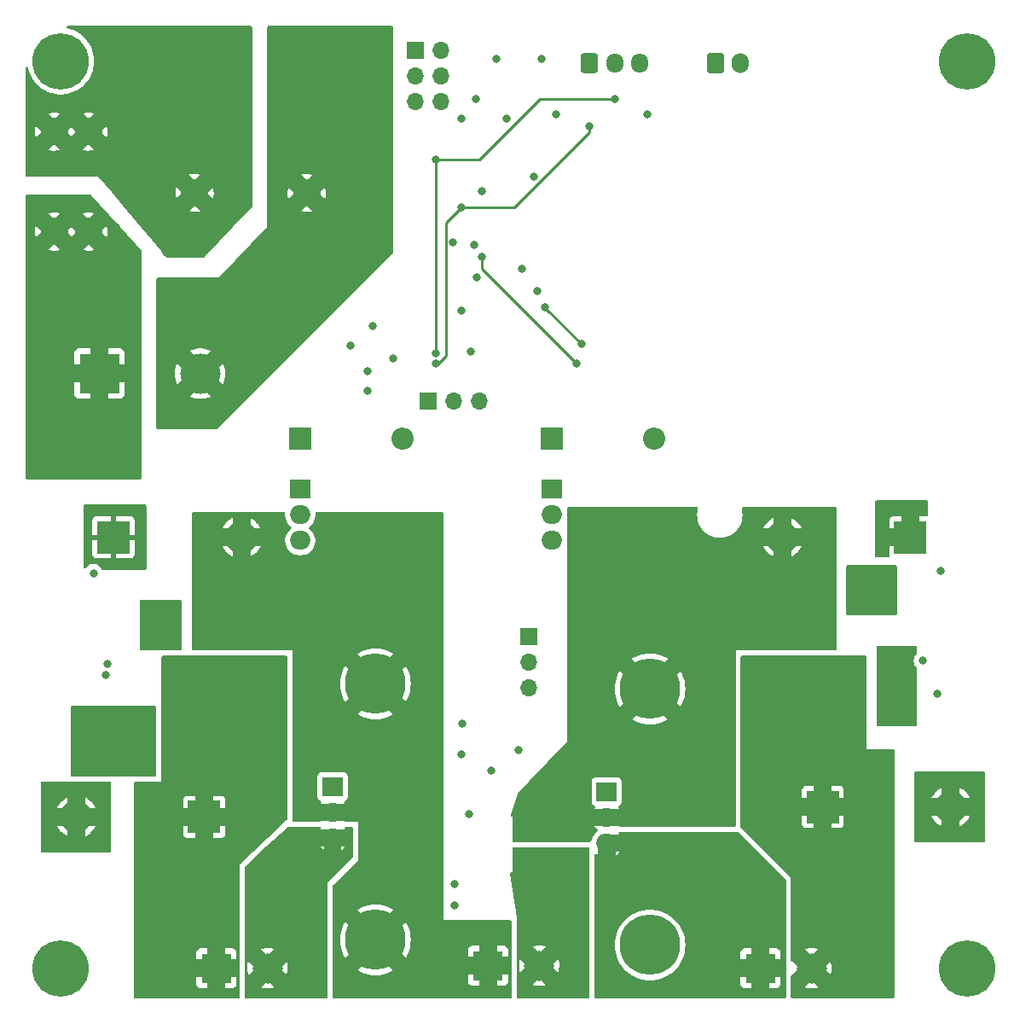
<source format=gbr>
%TF.GenerationSoftware,KiCad,Pcbnew,(6.0.6-1)-1*%
%TF.CreationDate,2022-07-21T21:53:33-04:00*%
%TF.ProjectId,iGEM,6947454d-2e6b-4696-9361-645f70636258,rev?*%
%TF.SameCoordinates,Original*%
%TF.FileFunction,Copper,L4,Bot*%
%TF.FilePolarity,Positive*%
%FSLAX46Y46*%
G04 Gerber Fmt 4.6, Leading zero omitted, Abs format (unit mm)*
G04 Created by KiCad (PCBNEW (6.0.6-1)-1) date 2022-07-21 21:53:33*
%MOMM*%
%LPD*%
G01*
G04 APERTURE LIST*
G04 Aperture macros list*
%AMRoundRect*
0 Rectangle with rounded corners*
0 $1 Rounding radius*
0 $2 $3 $4 $5 $6 $7 $8 $9 X,Y pos of 4 corners*
0 Add a 4 corners polygon primitive as box body*
4,1,4,$2,$3,$4,$5,$6,$7,$8,$9,$2,$3,0*
0 Add four circle primitives for the rounded corners*
1,1,$1+$1,$2,$3*
1,1,$1+$1,$4,$5*
1,1,$1+$1,$6,$7*
1,1,$1+$1,$8,$9*
0 Add four rect primitives between the rounded corners*
20,1,$1+$1,$2,$3,$4,$5,0*
20,1,$1+$1,$4,$5,$6,$7,0*
20,1,$1+$1,$6,$7,$8,$9,0*
20,1,$1+$1,$8,$9,$2,$3,0*%
G04 Aperture macros list end*
%TA.AperFunction,ComponentPad*%
%ADD10R,3.200000X3.200000*%
%TD*%
%TA.AperFunction,ComponentPad*%
%ADD11O,3.200000X3.200000*%
%TD*%
%TA.AperFunction,ComponentPad*%
%ADD12C,2.781000*%
%TD*%
%TA.AperFunction,ComponentPad*%
%ADD13R,2.000000X1.905000*%
%TD*%
%TA.AperFunction,ComponentPad*%
%ADD14O,2.000000X1.905000*%
%TD*%
%TA.AperFunction,ComponentPad*%
%ADD15C,5.600000*%
%TD*%
%TA.AperFunction,ComponentPad*%
%ADD16R,1.700000X1.700000*%
%TD*%
%TA.AperFunction,ComponentPad*%
%ADD17O,1.700000X1.700000*%
%TD*%
%TA.AperFunction,ComponentPad*%
%ADD18R,2.200000X2.200000*%
%TD*%
%TA.AperFunction,ComponentPad*%
%ADD19O,2.200000X2.200000*%
%TD*%
%TA.AperFunction,ComponentPad*%
%ADD20C,2.780000*%
%TD*%
%TA.AperFunction,ComponentPad*%
%ADD21R,3.000000X3.000000*%
%TD*%
%TA.AperFunction,ComponentPad*%
%ADD22C,3.000000*%
%TD*%
%TA.AperFunction,ComponentPad*%
%ADD23RoundRect,0.250000X-0.600000X-0.725000X0.600000X-0.725000X0.600000X0.725000X-0.600000X0.725000X0*%
%TD*%
%TA.AperFunction,ComponentPad*%
%ADD24O,1.700000X1.950000*%
%TD*%
%TA.AperFunction,ComponentPad*%
%ADD25RoundRect,0.250000X-0.600000X-0.750000X0.600000X-0.750000X0.600000X0.750000X-0.600000X0.750000X0*%
%TD*%
%TA.AperFunction,ComponentPad*%
%ADD26O,1.700000X2.000000*%
%TD*%
%TA.AperFunction,ComponentPad*%
%ADD27C,6.000000*%
%TD*%
%TA.AperFunction,ComponentPad*%
%ADD28R,4.000000X4.000000*%
%TD*%
%TA.AperFunction,ComponentPad*%
%ADD29C,4.000000*%
%TD*%
%TA.AperFunction,ViaPad*%
%ADD30C,0.800000*%
%TD*%
%TA.AperFunction,Conductor*%
%ADD31C,0.250000*%
%TD*%
G04 APERTURE END LIST*
D10*
%TO.P,D2,1,K*%
%TO.N,Net-(D2-Pad1)*%
X81250000Y-126000000D03*
D11*
%TO.P,D2,2,A*%
%TO.N,GND*%
X68550000Y-126000000D03*
%TD*%
D12*
%TO.P,J3,1,Pin_1*%
%TO.N,Net-(F1-Pad1)*%
X80298000Y-64080000D03*
%TO.P,J3,2,Pin_2*%
%TO.N,GND*%
X91423000Y-64080000D03*
%TD*%
D13*
%TO.P,Q1,1,B*%
%TO.N,RHEO1_OUT*%
X90770000Y-93500000D03*
D14*
%TO.P,Q1,2,C*%
%TO.N,+5V*%
X90770000Y-96040000D03*
%TO.P,Q1,3,E*%
%TO.N,Net-(Q1-Pad3)*%
X90770000Y-98580000D03*
%TD*%
D15*
%TO.P,H1,1,1*%
%TO.N,unconnected-(H1-Pad1)*%
X157000000Y-141000000D03*
%TD*%
%TO.P,H3,1,1*%
%TO.N,unconnected-(H3-Pad1)*%
X157000000Y-51000000D03*
%TD*%
D10*
%TO.P,D3,1,K*%
%TO.N,+5V*%
X72250000Y-98250000D03*
D11*
%TO.P,D3,2,A*%
%TO.N,Net-(D3-Pad2)*%
X84950000Y-98250000D03*
%TD*%
D10*
%TO.P,D4,1,K*%
%TO.N,+5V*%
X151350000Y-98250000D03*
D11*
%TO.P,D4,2,A*%
%TO.N,Net-(D4-Pad2)*%
X138650000Y-98250000D03*
%TD*%
D16*
%TO.P,J2,1,Pin_1*%
%TO.N,GND*%
X113500000Y-108100000D03*
D17*
%TO.P,J2,2,Pin_2*%
%TO.N,Net-(J2-Pad2)*%
X113500000Y-110640000D03*
%TO.P,J2,3,Pin_3*%
%TO.N,+5V*%
X113500000Y-113180000D03*
%TD*%
D18*
%TO.P,D7,1,K*%
%TO.N,RHEO2_OUT*%
X115750000Y-88500000D03*
D19*
%TO.P,D7,2,A*%
%TO.N,GND*%
X125910000Y-88500000D03*
%TD*%
D15*
%TO.P,H2,1,1*%
%TO.N,unconnected-(H2-Pad1)*%
X67000000Y-51000000D03*
%TD*%
D20*
%TO.P,F1,1*%
%TO.N,Net-(F1-Pad1)*%
X66350000Y-58000000D03*
X69750000Y-58000000D03*
%TO.P,F1,2*%
%TO.N,+5V*%
X69750000Y-67920000D03*
X66350000Y-67920000D03*
%TD*%
D13*
%TO.P,Q7,1,B*%
%TO.N,Net-(Q6-Pad3)*%
X121205000Y-123510000D03*
D14*
%TO.P,Q7,2,C*%
%TO.N,Net-(D4-Pad2)*%
X121205000Y-126050000D03*
%TO.P,Q7,3,E*%
%TO.N,Net-(Q7-Pad3)*%
X121205000Y-128590000D03*
%TD*%
D21*
%TO.P,J1,1,Pin_1*%
%TO.N,Net-(D3-Pad2)*%
X109420000Y-140750000D03*
D22*
%TO.P,J1,2,Pin_2*%
%TO.N,Net-(IC1-Pad1)*%
X114500000Y-140750000D03*
%TD*%
D23*
%TO.P,J4,1,Pin_1*%
%TO.N,SCL*%
X119500000Y-51225000D03*
D24*
%TO.P,J4,2,Pin_2*%
%TO.N,SDA*%
X122000000Y-51225000D03*
%TO.P,J4,3,Pin_3*%
%TO.N,GND*%
X124500000Y-51225000D03*
%TD*%
D13*
%TO.P,Q4,1,B*%
%TO.N,Net-(Q1-Pad3)*%
X94000000Y-123000000D03*
D14*
%TO.P,Q4,2,C*%
%TO.N,Net-(D3-Pad2)*%
X94000000Y-125540000D03*
%TO.P,Q4,3,E*%
%TO.N,Net-(Q4-Pad3)*%
X94000000Y-128080000D03*
%TD*%
D15*
%TO.P,H4,1,1*%
%TO.N,unconnected-(H4-Pad1)*%
X67000000Y-141000000D03*
%TD*%
D25*
%TO.P,M1,1,+*%
%TO.N,+5V*%
X132000000Y-51250000D03*
D26*
%TO.P,M1,2,-*%
%TO.N,GND*%
X134500000Y-51250000D03*
%TD*%
D16*
%TO.P,J5,1,Pin_1*%
%TO.N,GND*%
X103475000Y-84750000D03*
D17*
%TO.P,J5,2,Pin_2*%
%TO.N,Net-(IC2-Pad1)*%
X106015000Y-84750000D03*
%TO.P,J5,3,Pin_3*%
%TO.N,+5V*%
X108555000Y-84750000D03*
%TD*%
D10*
%TO.P,D5,1,K*%
%TO.N,Net-(D5-Pad1)*%
X142650000Y-125000000D03*
D11*
%TO.P,D5,2,A*%
%TO.N,GND*%
X155350000Y-125000000D03*
%TD*%
D13*
%TO.P,Q6,1,B*%
%TO.N,RHEO2_OUT*%
X115770000Y-93500000D03*
D14*
%TO.P,Q6,2,C*%
%TO.N,+5V*%
X115770000Y-96040000D03*
%TO.P,Q6,3,E*%
%TO.N,Net-(Q6-Pad3)*%
X115770000Y-98580000D03*
%TD*%
D27*
%TO.P,HS2,1*%
%TO.N,Net-(D4-Pad2)*%
X125500000Y-113300000D03*
X125500000Y-138700000D03*
%TD*%
D18*
%TO.P,D1,1,K*%
%TO.N,RHEO1_OUT*%
X90750000Y-88500000D03*
D19*
%TO.P,D1,2,A*%
%TO.N,GND*%
X100910000Y-88500000D03*
%TD*%
D21*
%TO.P,R2,1*%
%TO.N,Net-(D2-Pad1)*%
X82460000Y-141000000D03*
D22*
%TO.P,R2,2*%
%TO.N,Net-(Q4-Pad3)*%
X87540000Y-141000000D03*
%TD*%
D28*
%TO.P,C9,1*%
%TO.N,+5V*%
X70842169Y-82000000D03*
D29*
%TO.P,C9,2*%
%TO.N,GND*%
X80842169Y-82000000D03*
%TD*%
D21*
%TO.P,R6,1*%
%TO.N,Net-(Q7-Pad3)*%
X136460000Y-141000000D03*
D22*
%TO.P,R6,2*%
%TO.N,Net-(D5-Pad1)*%
X141540000Y-141000000D03*
%TD*%
D27*
%TO.P,HS1,1*%
%TO.N,Net-(D3-Pad2)*%
X98249999Y-112800000D03*
X98249999Y-138200000D03*
%TD*%
D16*
%TO.P,J6,1,Pin_1*%
%TO.N,UPDI*%
X102225000Y-49975000D03*
D17*
%TO.P,J6,2,Pin_2*%
%TO.N,+5V*%
X104765000Y-49975000D03*
%TO.P,J6,3,Pin_3*%
%TO.N,unconnected-(J6-Pad3)*%
X102225000Y-52515000D03*
%TO.P,J6,4,Pin_4*%
%TO.N,unconnected-(J6-Pad4)*%
X104765000Y-52515000D03*
%TO.P,J6,5,Pin_5*%
%TO.N,unconnected-(J6-Pad5)*%
X102225000Y-55055000D03*
%TO.P,J6,6,Pin_6*%
%TO.N,GND*%
X104765000Y-55055000D03*
%TD*%
D30*
%TO.N,+5V*%
X106750000Y-56750000D03*
X67500000Y-75000000D03*
X95750000Y-79250000D03*
X149500000Y-103500000D03*
X65000000Y-65000000D03*
X72500000Y-85000000D03*
X147500000Y-101500000D03*
X67500000Y-87500000D03*
X75500000Y-106500000D03*
X106100000Y-132700000D03*
X75500000Y-105000000D03*
X70000000Y-77500000D03*
X145500000Y-101500000D03*
X65000000Y-85000000D03*
X75000000Y-98250000D03*
X108250000Y-54750000D03*
X65000000Y-77500000D03*
X148400000Y-99800000D03*
X77000000Y-105000000D03*
X65000000Y-80000000D03*
X145500000Y-105500000D03*
X70000000Y-72500000D03*
X70000000Y-65000000D03*
X67500000Y-90000000D03*
X125250000Y-56250000D03*
X70000000Y-90000000D03*
X72500000Y-70000000D03*
X72500000Y-72500000D03*
X72500000Y-67500000D03*
X148400000Y-97600000D03*
X65000000Y-75000000D03*
X152200000Y-95200000D03*
X152600000Y-110500000D03*
X65000000Y-70000000D03*
X67500000Y-70000000D03*
X72500000Y-90000000D03*
X150400000Y-95200000D03*
X71600000Y-110800000D03*
X106850000Y-116750000D03*
X69800000Y-95600000D03*
X106750000Y-75750000D03*
X67500000Y-85000000D03*
X75000000Y-95500000D03*
X78500000Y-105000000D03*
X116200000Y-56250000D03*
X97500000Y-81750000D03*
X65000000Y-82500000D03*
X65000000Y-87500000D03*
X147500000Y-105500000D03*
X70000000Y-87500000D03*
X72250000Y-101000000D03*
X72500000Y-75000000D03*
X65000000Y-90000000D03*
X67500000Y-72500000D03*
X98000000Y-77250000D03*
X67500000Y-80000000D03*
X67500000Y-65000000D03*
X108050000Y-69250000D03*
X70000000Y-85000000D03*
X65000000Y-72500000D03*
X72500000Y-87500000D03*
X77000000Y-106500000D03*
X72250000Y-95500000D03*
X67500000Y-77500000D03*
X78500000Y-106500000D03*
X149500000Y-101500000D03*
X70000000Y-75000000D03*
X72500000Y-77500000D03*
X148400000Y-95200000D03*
X67500000Y-82500000D03*
X149500000Y-105500000D03*
X69800000Y-98200000D03*
%TO.N,GND*%
X82500000Y-85000000D03*
X90000000Y-72500000D03*
X97500000Y-55000000D03*
X87500000Y-80000000D03*
X152250000Y-125000000D03*
X90000000Y-70000000D03*
X92500000Y-57500000D03*
X107692997Y-79807003D03*
X151000000Y-116000000D03*
X77500000Y-77500000D03*
X77500000Y-75000000D03*
X92500000Y-60000000D03*
X95000000Y-62500000D03*
X92500000Y-50000000D03*
X68500000Y-129000000D03*
X108300000Y-72500000D03*
X150000000Y-111000000D03*
X87500000Y-77500000D03*
X82500000Y-75000000D03*
X90000000Y-55000000D03*
X65500000Y-126000000D03*
X70250000Y-101800000D03*
X112450000Y-119337501D03*
X70000000Y-120500000D03*
X150000000Y-115000000D03*
X149000000Y-116000000D03*
X72000000Y-116500000D03*
X90000000Y-60000000D03*
X95000000Y-60000000D03*
X152250000Y-122000000D03*
X97500000Y-65000000D03*
X158250000Y-128000000D03*
X80000000Y-77500000D03*
X106750000Y-119800000D03*
X72000000Y-120500000D03*
X80000000Y-75000000D03*
X114350000Y-73812500D03*
X71500000Y-129000000D03*
X74000000Y-120500000D03*
X95000000Y-57500000D03*
X111250000Y-56750000D03*
X85000000Y-80000000D03*
X158250000Y-122000000D03*
X97500000Y-60000000D03*
X92500000Y-72500000D03*
X82500000Y-77500000D03*
X149000000Y-110000000D03*
X85000000Y-75000000D03*
X92500000Y-67500000D03*
X152250000Y-128000000D03*
X90000000Y-50000000D03*
X70000000Y-116500000D03*
X68500000Y-123000000D03*
X85000000Y-77500000D03*
X151000000Y-110000000D03*
X97500000Y-83750000D03*
X97500000Y-67500000D03*
X74000000Y-116500000D03*
X155250000Y-122000000D03*
X106100000Y-134800000D03*
X158250000Y-125000000D03*
X90000000Y-77500000D03*
X114750000Y-50750000D03*
X97500000Y-50000000D03*
X76000000Y-115500000D03*
X95000000Y-72500000D03*
X92500000Y-70000000D03*
X68500000Y-121500000D03*
X97500000Y-57500000D03*
X95000000Y-67500000D03*
X68500000Y-115500000D03*
X85000000Y-82500000D03*
X71500000Y-123000000D03*
X100012299Y-80474500D03*
X69000000Y-119500000D03*
X95000000Y-55000000D03*
X154400000Y-101600000D03*
X97500000Y-52500000D03*
X90000000Y-75000000D03*
X77500000Y-85000000D03*
X108850000Y-63950000D03*
X85000000Y-72500000D03*
X97500000Y-62500000D03*
X109750001Y-121400001D03*
X95000000Y-65000000D03*
X112800000Y-71600000D03*
X90000000Y-57500000D03*
X92500000Y-75000000D03*
X105950000Y-69000000D03*
X154000000Y-113750000D03*
X77500000Y-80000000D03*
X90000000Y-52500000D03*
X110250000Y-50750000D03*
X95000000Y-52500000D03*
X87500000Y-75000000D03*
X92500000Y-52500000D03*
X77500000Y-82500000D03*
X80000000Y-85000000D03*
X71500000Y-126000000D03*
X71500000Y-111900000D03*
X95000000Y-70000000D03*
X90000000Y-67500000D03*
X65500000Y-129000000D03*
X155250000Y-128000000D03*
X107500000Y-125750000D03*
X92500000Y-55000000D03*
X65500000Y-123000000D03*
X114000000Y-62500000D03*
X95000000Y-50000000D03*
X69000000Y-117500000D03*
X87500000Y-72500000D03*
X87500000Y-70000000D03*
X76000000Y-121500000D03*
X97500000Y-70000000D03*
%TO.N,Net-(D2-Pad1)*%
X80000000Y-122500000D03*
X77500000Y-132500000D03*
X77500000Y-130000000D03*
X85000000Y-127500000D03*
X87500000Y-125000000D03*
X77500000Y-137500000D03*
X82500000Y-135000000D03*
X75000000Y-125000000D03*
X87500000Y-122500000D03*
X82500000Y-122500000D03*
X80000000Y-132500000D03*
X77500000Y-140000000D03*
X80000000Y-130000000D03*
X77500000Y-125000000D03*
X75000000Y-132500000D03*
X75000000Y-142500000D03*
X80000000Y-137500000D03*
X82500000Y-130000000D03*
X80000000Y-135000000D03*
X82500000Y-137500000D03*
X82500000Y-132500000D03*
X77500000Y-142500000D03*
X75000000Y-130000000D03*
X75000000Y-127500000D03*
X77500000Y-122500000D03*
X75000000Y-137500000D03*
X85000000Y-122500000D03*
X77500000Y-127500000D03*
X75000000Y-140000000D03*
X77500000Y-135000000D03*
X75000000Y-135000000D03*
X85000000Y-125000000D03*
%TO.N,Net-(D3-Pad2)*%
X100000000Y-107500000D03*
X97500000Y-117500000D03*
X97500000Y-132500000D03*
X102500000Y-117500000D03*
X97500000Y-102500000D03*
X100000000Y-117500000D03*
X100000000Y-130000000D03*
X97500000Y-122500000D03*
X97500000Y-97500000D03*
X100000000Y-132500000D03*
X102500000Y-100000000D03*
X102500000Y-122500000D03*
X102500000Y-115000000D03*
X107500000Y-137500000D03*
X102500000Y-127500000D03*
X97500000Y-107500000D03*
X105000000Y-137500000D03*
X105000000Y-142500000D03*
X102500000Y-120000000D03*
X100000000Y-120000000D03*
X95000000Y-102500000D03*
X95000000Y-132500000D03*
X110000000Y-137500000D03*
X102500000Y-110000000D03*
X97500000Y-105000000D03*
X97500000Y-125000000D03*
X100000000Y-122500000D03*
X100000000Y-127500000D03*
X102500000Y-97500000D03*
X95000000Y-135000000D03*
X105000000Y-140000000D03*
X100000000Y-97500000D03*
X102500000Y-135000000D03*
X97500000Y-127500000D03*
X97500000Y-130000000D03*
X102500000Y-125000000D03*
X100000000Y-142500000D03*
X102500000Y-102500000D03*
X97500000Y-100000000D03*
X102500000Y-137500000D03*
X97500000Y-120000000D03*
X95000000Y-97500000D03*
X95000000Y-100000000D03*
X95000000Y-142500000D03*
X102500000Y-142500000D03*
X102500000Y-140000000D03*
X100000000Y-102500000D03*
X102500000Y-130000000D03*
X102500000Y-112500000D03*
X100000000Y-100000000D03*
X90000000Y-107500000D03*
X95000000Y-105000000D03*
X97500000Y-142500000D03*
X100000000Y-125000000D03*
X100000000Y-105000000D03*
X102500000Y-132500000D03*
X102500000Y-107500000D03*
X102500000Y-105000000D03*
%TO.N,Net-(D4-Pad2)*%
X132500000Y-102500000D03*
X120000000Y-110000000D03*
X125000000Y-100000000D03*
X117500000Y-127500000D03*
X130000000Y-115000000D03*
X122500000Y-100000000D03*
X132500000Y-122500000D03*
X130000000Y-107500000D03*
X127500000Y-102500000D03*
X132500000Y-120000000D03*
X132500000Y-112500000D03*
X135000000Y-100000000D03*
X120000000Y-97500000D03*
X120000000Y-102500000D03*
X130000000Y-120000000D03*
X122500000Y-102500000D03*
X122500000Y-107500000D03*
X132500000Y-100000000D03*
X135000000Y-105000000D03*
X135000000Y-107500000D03*
X142500000Y-97500000D03*
X122500000Y-110000000D03*
X120000000Y-115000000D03*
X132500000Y-107500000D03*
X130000000Y-100000000D03*
X115000000Y-127500000D03*
X112500000Y-125000000D03*
X130000000Y-110000000D03*
X117500000Y-122500000D03*
X130000000Y-105000000D03*
X115000000Y-122500000D03*
X132500000Y-105000000D03*
X120000000Y-112500000D03*
X125000000Y-102500000D03*
X135000000Y-97500000D03*
X130000000Y-102500000D03*
X127500000Y-117500000D03*
X132500000Y-125000000D03*
X132500000Y-117500000D03*
X125000000Y-107500000D03*
X117500000Y-125000000D03*
X115000000Y-125000000D03*
X132500000Y-110000000D03*
X127500000Y-100000000D03*
X120000000Y-117500000D03*
X122500000Y-97500000D03*
X122500000Y-117500000D03*
X125000000Y-105000000D03*
X122500000Y-105000000D03*
X120000000Y-105000000D03*
X127500000Y-107500000D03*
X130000000Y-125000000D03*
X130000000Y-97500000D03*
X125000000Y-117500000D03*
X127500000Y-122500000D03*
X120000000Y-100000000D03*
X127500000Y-120000000D03*
X130000000Y-112500000D03*
X122500000Y-120000000D03*
X127500000Y-105000000D03*
X130000000Y-117500000D03*
X125000000Y-97500000D03*
X125000000Y-120000000D03*
X135000000Y-102500000D03*
X142500000Y-100000000D03*
X130000000Y-122500000D03*
X132500000Y-115000000D03*
X120000000Y-107500000D03*
X127500000Y-97500000D03*
%TO.N,Net-(D5-Pad1)*%
X142500000Y-132500000D03*
X140000000Y-137500000D03*
X145000000Y-125000000D03*
X140000000Y-127500000D03*
X147500000Y-132500000D03*
X147500000Y-142500000D03*
X145000000Y-140000000D03*
X140000000Y-132500000D03*
X140000000Y-125000000D03*
X145000000Y-132500000D03*
X142500000Y-122500000D03*
X135000000Y-125000000D03*
X137500000Y-125000000D03*
X140000000Y-135000000D03*
X145000000Y-135000000D03*
X142500000Y-127500000D03*
X147500000Y-120000000D03*
X140000000Y-130000000D03*
X140000000Y-122500000D03*
X147500000Y-137500000D03*
X145000000Y-130000000D03*
X135000000Y-122500000D03*
X142500000Y-130000000D03*
X147500000Y-135000000D03*
X145000000Y-122500000D03*
X142500000Y-135000000D03*
X147500000Y-122500000D03*
X145000000Y-127500000D03*
X145000000Y-142500000D03*
X147500000Y-127500000D03*
X137500000Y-122500000D03*
X142500000Y-137500000D03*
X147500000Y-130000000D03*
X147500000Y-125000000D03*
X147500000Y-140000000D03*
X145000000Y-137500000D03*
X137500000Y-127500000D03*
%TO.N,Net-(F1-Pad1)*%
X72500000Y-60000000D03*
X77500000Y-65000000D03*
X77500000Y-50000000D03*
X82500000Y-57500000D03*
X80000000Y-57500000D03*
X75000000Y-55000000D03*
X75000000Y-62500000D03*
X75000000Y-52500000D03*
X77500000Y-67500000D03*
X80000000Y-50000000D03*
X77500000Y-52500000D03*
X82500000Y-62500000D03*
X72500000Y-50000000D03*
X72500000Y-57500000D03*
X82500000Y-55000000D03*
X77500000Y-70000000D03*
X75000000Y-60000000D03*
X82500000Y-67500000D03*
X75000000Y-50000000D03*
X85000000Y-52500000D03*
X80000000Y-70000000D03*
X75000000Y-65000000D03*
X77500000Y-60000000D03*
X80000000Y-55000000D03*
X82500000Y-50000000D03*
X72500000Y-52500000D03*
X77500000Y-62500000D03*
X85000000Y-50000000D03*
X80000000Y-67500000D03*
X85000000Y-60000000D03*
X85000000Y-65000000D03*
X85000000Y-62500000D03*
X72500000Y-62500000D03*
X85000000Y-57500000D03*
X80000000Y-60000000D03*
X85000000Y-55000000D03*
X82500000Y-52500000D03*
X75000000Y-57500000D03*
X82500000Y-60000000D03*
X80000000Y-52500000D03*
X72500000Y-55000000D03*
X77500000Y-55000000D03*
X82500000Y-65000000D03*
X77500000Y-57500000D03*
%TO.N,Net-(IC1-Pad1)*%
X117500000Y-130000000D03*
X115000000Y-132500000D03*
X115000000Y-135000000D03*
X117500000Y-140000000D03*
X115000000Y-130000000D03*
X117500000Y-132500000D03*
X117500000Y-135000000D03*
X117500000Y-137500000D03*
X115000000Y-137500000D03*
X112500000Y-132500000D03*
X117500000Y-142500000D03*
%TO.N,SCL*%
X119500000Y-57500000D03*
X104250000Y-81000000D03*
X106750000Y-65525500D03*
%TO.N,SDA*%
X104250000Y-80000000D03*
X104250000Y-60750000D03*
X122000000Y-54750000D03*
%TO.N,DIR2*%
X115075000Y-75425000D03*
X118700000Y-79100000D03*
%TO.N,DIR1*%
X108838798Y-70427795D03*
X118200000Y-81000000D03*
%TO.N,Net-(Q4-Pad3)*%
X90000000Y-132500000D03*
X95000000Y-130000000D03*
X90000000Y-135000000D03*
X87500000Y-137500000D03*
X87500000Y-132500000D03*
X87500000Y-130000000D03*
X92500000Y-140000000D03*
X90000000Y-142500000D03*
X92500000Y-137500000D03*
X92500000Y-135000000D03*
X90000000Y-127500000D03*
X92500000Y-132500000D03*
X90000000Y-137500000D03*
X90000000Y-130000000D03*
X92500000Y-130000000D03*
X90000000Y-140000000D03*
X92500000Y-142500000D03*
X87500000Y-135000000D03*
%TO.N,Net-(Q7-Pad3)*%
X132500000Y-140000000D03*
X135000000Y-137500000D03*
X130000000Y-130000000D03*
X130000000Y-140000000D03*
X137500000Y-137500000D03*
X137500000Y-132500000D03*
X132500000Y-137500000D03*
X132500000Y-142500000D03*
X135000000Y-135000000D03*
X137500000Y-135000000D03*
X130000000Y-142500000D03*
X135000000Y-132500000D03*
X130000000Y-137500000D03*
X132500000Y-135000000D03*
X127500000Y-142500000D03*
X122500000Y-142500000D03*
X130000000Y-135000000D03*
X132500000Y-132500000D03*
X132500000Y-130000000D03*
X135000000Y-130000000D03*
X130000000Y-132500000D03*
%TD*%
D31*
%TO.N,SCL*%
X119500000Y-58025305D02*
X119500000Y-57500000D01*
X104250000Y-81000000D02*
X104500000Y-81000000D01*
X106750000Y-65525500D02*
X111999805Y-65525500D01*
X105225000Y-67050500D02*
X106750000Y-65525500D01*
X111999805Y-65525500D02*
X119500000Y-58025305D01*
X105225000Y-80275000D02*
X105225000Y-67050500D01*
X104500000Y-81000000D02*
X105225000Y-80275000D01*
%TO.N,SDA*%
X104250000Y-80000000D02*
X104250000Y-60750000D01*
X108525305Y-60750000D02*
X114525305Y-54750000D01*
X114525305Y-54750000D02*
X122000000Y-54750000D01*
X104250000Y-60750000D02*
X108525305Y-60750000D01*
%TO.N,DIR2*%
X115075000Y-75475000D02*
X115075000Y-75425000D01*
X118700000Y-79100000D02*
X115075000Y-75475000D01*
%TO.N,DIR1*%
X108838798Y-71638798D02*
X108838798Y-70427795D01*
X118200000Y-81000000D02*
X108838798Y-71638798D01*
%TD*%
%TA.AperFunction,Conductor*%
%TO.N,GND*%
G36*
X151942121Y-109020002D02*
G01*
X151988614Y-109073658D01*
X152000000Y-109126000D01*
X152000000Y-109760270D01*
X151979998Y-109828391D01*
X151967636Y-109844580D01*
X151860960Y-109963056D01*
X151765473Y-110128444D01*
X151706458Y-110310072D01*
X151686496Y-110500000D01*
X151706458Y-110689928D01*
X151765473Y-110871556D01*
X151860960Y-111036944D01*
X151865378Y-111041851D01*
X151865379Y-111041852D01*
X151967636Y-111155420D01*
X151998354Y-111219427D01*
X152000000Y-111239730D01*
X152000000Y-116874000D01*
X151979998Y-116942121D01*
X151926342Y-116988614D01*
X151874000Y-117000000D01*
X148126000Y-117000000D01*
X148057879Y-116979998D01*
X148011386Y-116926342D01*
X148000000Y-116874000D01*
X148000000Y-109126000D01*
X148020002Y-109057879D01*
X148073658Y-109011386D01*
X148126000Y-109000000D01*
X151874000Y-109000000D01*
X151942121Y-109020002D01*
G37*
%TD.AperFunction*%
%TD*%
%TA.AperFunction,Conductor*%
%TO.N,Net-(Q4-Pad3)*%
G36*
X92765592Y-127019685D02*
G01*
X92811347Y-127072489D01*
X92821291Y-127141647D01*
X92807652Y-127173405D01*
X92810300Y-127174471D01*
X92799078Y-127202336D01*
X92808981Y-127205000D01*
X95189139Y-127205000D01*
X95201294Y-127201431D01*
X95191603Y-127178083D01*
X95194043Y-127177070D01*
X95177542Y-127133018D01*
X95192299Y-127064725D01*
X95241636Y-127015251D01*
X95301214Y-127000000D01*
X95876000Y-127000000D01*
X95943039Y-127019685D01*
X95988794Y-127072489D01*
X96000000Y-127124000D01*
X96000000Y-129948638D01*
X95980315Y-130015677D01*
X95963681Y-130036319D01*
X93500000Y-132500000D01*
X93500000Y-143876000D01*
X93480315Y-143943039D01*
X93427511Y-143988794D01*
X93376000Y-144000000D01*
X85374000Y-144000000D01*
X85306961Y-143980315D01*
X85261206Y-143927511D01*
X85250000Y-143876000D01*
X85250000Y-142893580D01*
X86889387Y-142893580D01*
X86892116Y-142897226D01*
X86894757Y-142898130D01*
X87160032Y-142968467D01*
X87168644Y-142970110D01*
X87441189Y-143002367D01*
X87449926Y-143002780D01*
X87724321Y-142996313D01*
X87733020Y-142995491D01*
X88003754Y-142950429D01*
X88012268Y-142948385D01*
X88176601Y-142896413D01*
X88188119Y-142888669D01*
X88187618Y-142885630D01*
X88186210Y-142883647D01*
X87552607Y-142250044D01*
X87538887Y-142242552D01*
X87537081Y-142242681D01*
X87530574Y-142246863D01*
X86896038Y-142881399D01*
X86889387Y-142893580D01*
X85250000Y-142893580D01*
X85250000Y-140941406D01*
X85536052Y-140941406D01*
X85546828Y-141215646D01*
X85547788Y-141224343D01*
X85597097Y-141494335D01*
X85599274Y-141502812D01*
X85643783Y-141636224D01*
X85651707Y-141647619D01*
X85655244Y-141646978D01*
X85656468Y-141646095D01*
X86289956Y-141012607D01*
X86296232Y-141001113D01*
X88782552Y-141001113D01*
X88782681Y-141002919D01*
X88786863Y-141009426D01*
X89420577Y-141643140D01*
X89432758Y-141649791D01*
X89434403Y-141648560D01*
X89436287Y-141644746D01*
X89502255Y-141410842D01*
X89504033Y-141402254D01*
X89540730Y-141129042D01*
X89541251Y-141122741D01*
X89545010Y-141003163D01*
X89544885Y-140996838D01*
X89525415Y-140721860D01*
X89524180Y-140713182D01*
X89466417Y-140444880D01*
X89463976Y-140436477D01*
X89436994Y-140363341D01*
X89428717Y-140352201D01*
X89424290Y-140353147D01*
X88790044Y-140987393D01*
X88782552Y-141001113D01*
X86296232Y-141001113D01*
X86297448Y-140998887D01*
X86297319Y-140997081D01*
X86293137Y-140990574D01*
X85660026Y-140357463D01*
X85647845Y-140350812D01*
X85643772Y-140353861D01*
X85634671Y-140376330D01*
X85631973Y-140384635D01*
X85565805Y-140651008D01*
X85564301Y-140659626D01*
X85536327Y-140932651D01*
X85536052Y-140941406D01*
X85250000Y-140941406D01*
X85250000Y-139111688D01*
X86892484Y-139111688D01*
X86893279Y-139115714D01*
X86893629Y-139116192D01*
X87527393Y-139749956D01*
X87541113Y-139757448D01*
X87542919Y-139757319D01*
X87549426Y-139753137D01*
X88181473Y-139121090D01*
X88188124Y-139108909D01*
X88185248Y-139105066D01*
X88133672Y-139085113D01*
X88125309Y-139082540D01*
X87857942Y-139020568D01*
X87849305Y-139019199D01*
X87575861Y-138995516D01*
X87567119Y-138995379D01*
X87293075Y-139010461D01*
X87284383Y-139011559D01*
X87015213Y-139065100D01*
X87006762Y-139067412D01*
X86903753Y-139103587D01*
X86892484Y-139111688D01*
X85250000Y-139111688D01*
X85250000Y-131053577D01*
X85269685Y-130986538D01*
X85289015Y-130963280D01*
X87419021Y-128958569D01*
X92798706Y-128958569D01*
X92802409Y-128967491D01*
X92859544Y-129043587D01*
X92866279Y-129051173D01*
X93031603Y-129209160D01*
X93039483Y-129215541D01*
X93110270Y-129263828D01*
X93123077Y-129267973D01*
X93125000Y-129259683D01*
X93125000Y-129256878D01*
X94875000Y-129256878D01*
X94878905Y-129270177D01*
X94886270Y-129267417D01*
X94932500Y-129237509D01*
X94940541Y-129231316D01*
X95109664Y-129077427D01*
X95116587Y-129070003D01*
X95196360Y-128968992D01*
X95200922Y-128957664D01*
X95191019Y-128955000D01*
X94892830Y-128955000D01*
X94877831Y-128959404D01*
X94876644Y-128960774D01*
X94875000Y-128968332D01*
X94875000Y-129256878D01*
X93125000Y-129256878D01*
X93125000Y-128972830D01*
X93120596Y-128957831D01*
X93119226Y-128956644D01*
X93111668Y-128955000D01*
X92810861Y-128955000D01*
X92798706Y-128958569D01*
X87419021Y-128958569D01*
X89464191Y-127033703D01*
X89526500Y-127002091D01*
X89549176Y-127000000D01*
X92698553Y-127000000D01*
X92765592Y-127019685D01*
G37*
%TD.AperFunction*%
%TD*%
%TA.AperFunction,Conductor*%
%TO.N,Net-(IC1-Pad1)*%
G36*
X119443039Y-129019685D02*
G01*
X119488794Y-129072489D01*
X119500000Y-129124000D01*
X119500000Y-143876000D01*
X119480315Y-143943039D01*
X119427511Y-143988794D01*
X119376000Y-144000000D01*
X112374000Y-144000000D01*
X112306961Y-143980315D01*
X112261206Y-143927511D01*
X112250000Y-143876000D01*
X112250000Y-142643580D01*
X113849387Y-142643580D01*
X113852116Y-142647226D01*
X113854757Y-142648130D01*
X114120032Y-142718467D01*
X114128644Y-142720110D01*
X114401189Y-142752367D01*
X114409926Y-142752780D01*
X114684321Y-142746313D01*
X114693020Y-142745491D01*
X114963754Y-142700429D01*
X114972268Y-142698385D01*
X115136601Y-142646413D01*
X115148119Y-142638669D01*
X115147618Y-142635630D01*
X115146210Y-142633647D01*
X114512607Y-142000044D01*
X114498887Y-141992552D01*
X114497081Y-141992681D01*
X114490574Y-141996863D01*
X113856038Y-142631399D01*
X113849387Y-142643580D01*
X112250000Y-142643580D01*
X112250000Y-140743398D01*
X112262064Y-140702313D01*
X112260236Y-140698706D01*
X112486706Y-140698706D01*
X112492977Y-140708463D01*
X112497904Y-140738530D01*
X112506828Y-140965646D01*
X112507788Y-140974343D01*
X112557097Y-141244335D01*
X112559274Y-141252812D01*
X112603783Y-141386224D01*
X112611707Y-141397619D01*
X112615244Y-141396978D01*
X112616468Y-141396095D01*
X113249956Y-140762607D01*
X113256232Y-140751113D01*
X115742552Y-140751113D01*
X115742681Y-140752919D01*
X115746863Y-140759426D01*
X116380577Y-141393140D01*
X116392758Y-141399791D01*
X116394403Y-141398560D01*
X116396287Y-141394746D01*
X116462255Y-141160842D01*
X116464033Y-141152254D01*
X116500730Y-140879042D01*
X116501251Y-140872741D01*
X116505010Y-140753163D01*
X116504885Y-140746838D01*
X116485415Y-140471860D01*
X116484180Y-140463182D01*
X116426417Y-140194880D01*
X116423976Y-140186477D01*
X116396994Y-140113341D01*
X116388717Y-140102201D01*
X116384290Y-140103147D01*
X115750044Y-140737393D01*
X115742552Y-140751113D01*
X113256232Y-140751113D01*
X113257448Y-140748887D01*
X113257319Y-140747081D01*
X113253137Y-140740574D01*
X112620026Y-140107463D01*
X112607845Y-140100812D01*
X112603772Y-140103861D01*
X112594671Y-140126330D01*
X112591973Y-140134635D01*
X112525805Y-140401008D01*
X112524301Y-140409626D01*
X112497354Y-140672632D01*
X112486706Y-140698706D01*
X112260236Y-140698706D01*
X112252082Y-140682619D01*
X112250000Y-140659993D01*
X112250000Y-138861688D01*
X113852484Y-138861688D01*
X113853279Y-138865714D01*
X113853629Y-138866192D01*
X114487393Y-139499956D01*
X114501113Y-139507448D01*
X114502919Y-139507319D01*
X114509426Y-139503137D01*
X115141473Y-138871090D01*
X115148124Y-138858909D01*
X115145248Y-138855066D01*
X115093672Y-138835113D01*
X115085309Y-138832540D01*
X114817942Y-138770568D01*
X114809305Y-138769199D01*
X114535861Y-138745516D01*
X114527119Y-138745379D01*
X114253075Y-138760461D01*
X114244383Y-138761559D01*
X113975213Y-138815100D01*
X113966762Y-138817412D01*
X113863753Y-138853587D01*
X113852484Y-138861688D01*
X112250000Y-138861688D01*
X112250000Y-136000000D01*
X111596359Y-131642394D01*
X111605881Y-131573176D01*
X111651313Y-131520095D01*
X111718987Y-131500000D01*
X111850000Y-131500000D01*
X111850000Y-129124000D01*
X111869685Y-129056961D01*
X111922489Y-129011206D01*
X111974000Y-129000000D01*
X119376000Y-129000000D01*
X119443039Y-129019685D01*
G37*
%TD.AperFunction*%
%TD*%
%TA.AperFunction,Conductor*%
%TO.N,+5V*%
G36*
X149942121Y-101020002D02*
G01*
X149988614Y-101073658D01*
X150000000Y-101126000D01*
X150000000Y-105874000D01*
X149979998Y-105942121D01*
X149926342Y-105988614D01*
X149874000Y-106000000D01*
X145126000Y-106000000D01*
X145057879Y-105979998D01*
X145011386Y-105926342D01*
X145000000Y-105874000D01*
X145000000Y-101126000D01*
X145020002Y-101057879D01*
X145073658Y-101011386D01*
X145126000Y-101000000D01*
X149874000Y-101000000D01*
X149942121Y-101020002D01*
G37*
%TD.AperFunction*%
%TD*%
%TA.AperFunction,Conductor*%
%TO.N,Net-(D2-Pad1)*%
G36*
X89443039Y-110019685D02*
G01*
X89488794Y-110072489D01*
X89500000Y-110124000D01*
X89500000Y-126196664D01*
X89480315Y-126263703D01*
X89461280Y-126286682D01*
X87548958Y-128098356D01*
X84750000Y-130750000D01*
X84750000Y-143876000D01*
X84730315Y-143943039D01*
X84677511Y-143988794D01*
X84626000Y-144000000D01*
X74374000Y-144000000D01*
X74306961Y-143980315D01*
X74261206Y-143927511D01*
X74250000Y-143876000D01*
X74250000Y-142543972D01*
X80460000Y-142543972D01*
X80460363Y-142550669D01*
X80465803Y-142600744D01*
X80469371Y-142615753D01*
X80513817Y-142734311D01*
X80522212Y-142749646D01*
X80597516Y-142850124D01*
X80609876Y-142862484D01*
X80710354Y-142937788D01*
X80725689Y-142946183D01*
X80844247Y-142990629D01*
X80859256Y-142994197D01*
X80909331Y-142999637D01*
X80916028Y-143000000D01*
X81567170Y-143000000D01*
X81582169Y-142995596D01*
X81583356Y-142994226D01*
X81585000Y-142986668D01*
X81585000Y-142982170D01*
X83335000Y-142982170D01*
X83339404Y-142997169D01*
X83340774Y-142998356D01*
X83348332Y-143000000D01*
X84003972Y-143000000D01*
X84010669Y-142999637D01*
X84060744Y-142994197D01*
X84075753Y-142990629D01*
X84194311Y-142946183D01*
X84209646Y-142937788D01*
X84310124Y-142862484D01*
X84322484Y-142850124D01*
X84397788Y-142749646D01*
X84406183Y-142734311D01*
X84450629Y-142615753D01*
X84454197Y-142600744D01*
X84459637Y-142550669D01*
X84460000Y-142543972D01*
X84460000Y-141892830D01*
X84455596Y-141877831D01*
X84454226Y-141876644D01*
X84446668Y-141875000D01*
X83352830Y-141875000D01*
X83337831Y-141879404D01*
X83336644Y-141880774D01*
X83335000Y-141888332D01*
X83335000Y-142982170D01*
X81585000Y-142982170D01*
X81585000Y-141892830D01*
X81580596Y-141877831D01*
X81579226Y-141876644D01*
X81571668Y-141875000D01*
X80477830Y-141875000D01*
X80462831Y-141879404D01*
X80461644Y-141880774D01*
X80460000Y-141888332D01*
X80460000Y-142543972D01*
X74250000Y-142543972D01*
X74250000Y-140107170D01*
X80460000Y-140107170D01*
X80464404Y-140122169D01*
X80465774Y-140123356D01*
X80473332Y-140125000D01*
X81567170Y-140125000D01*
X81582169Y-140120596D01*
X81583356Y-140119226D01*
X81585000Y-140111668D01*
X81585000Y-140107170D01*
X83335000Y-140107170D01*
X83339404Y-140122169D01*
X83340774Y-140123356D01*
X83348332Y-140125000D01*
X84442170Y-140125000D01*
X84457169Y-140120596D01*
X84458356Y-140119226D01*
X84460000Y-140111668D01*
X84460000Y-139456028D01*
X84459637Y-139449331D01*
X84454197Y-139399256D01*
X84450629Y-139384247D01*
X84406183Y-139265689D01*
X84397788Y-139250354D01*
X84322484Y-139149876D01*
X84310124Y-139137516D01*
X84209646Y-139062212D01*
X84194311Y-139053817D01*
X84075753Y-139009371D01*
X84060744Y-139005803D01*
X84010669Y-139000363D01*
X84003972Y-139000000D01*
X83352830Y-139000000D01*
X83337831Y-139004404D01*
X83336644Y-139005774D01*
X83335000Y-139013332D01*
X83335000Y-140107170D01*
X81585000Y-140107170D01*
X81585000Y-139017830D01*
X81580596Y-139002831D01*
X81579226Y-139001644D01*
X81571668Y-139000000D01*
X80916028Y-139000000D01*
X80909331Y-139000363D01*
X80859256Y-139005803D01*
X80844247Y-139009371D01*
X80725689Y-139053817D01*
X80710354Y-139062212D01*
X80609876Y-139137516D01*
X80597516Y-139149876D01*
X80522212Y-139250354D01*
X80513817Y-139265689D01*
X80469371Y-139384247D01*
X80465803Y-139399256D01*
X80460363Y-139449331D01*
X80460000Y-139456028D01*
X80460000Y-140107170D01*
X74250000Y-140107170D01*
X74250000Y-127643972D01*
X79150000Y-127643972D01*
X79150363Y-127650669D01*
X79155803Y-127700744D01*
X79159371Y-127715753D01*
X79203817Y-127834311D01*
X79212212Y-127849646D01*
X79287516Y-127950124D01*
X79299876Y-127962484D01*
X79400354Y-128037788D01*
X79415689Y-128046183D01*
X79534247Y-128090629D01*
X79549256Y-128094197D01*
X79599331Y-128099637D01*
X79606028Y-128100000D01*
X80357170Y-128100000D01*
X80372169Y-128095596D01*
X80373356Y-128094226D01*
X80375000Y-128086668D01*
X80375000Y-128082170D01*
X82125000Y-128082170D01*
X82129404Y-128097169D01*
X82130774Y-128098356D01*
X82138332Y-128100000D01*
X82893972Y-128100000D01*
X82900669Y-128099637D01*
X82950744Y-128094197D01*
X82965753Y-128090629D01*
X83084311Y-128046183D01*
X83099646Y-128037788D01*
X83200124Y-127962484D01*
X83212484Y-127950124D01*
X83287788Y-127849646D01*
X83296183Y-127834311D01*
X83340629Y-127715753D01*
X83344197Y-127700744D01*
X83349637Y-127650669D01*
X83350000Y-127643972D01*
X83350000Y-126892830D01*
X83345596Y-126877831D01*
X83344226Y-126876644D01*
X83336668Y-126875000D01*
X82142830Y-126875000D01*
X82127831Y-126879404D01*
X82126644Y-126880774D01*
X82125000Y-126888332D01*
X82125000Y-128082170D01*
X80375000Y-128082170D01*
X80375000Y-126892830D01*
X80370596Y-126877831D01*
X80369226Y-126876644D01*
X80361668Y-126875000D01*
X79167830Y-126875000D01*
X79152831Y-126879404D01*
X79151644Y-126880774D01*
X79150000Y-126888332D01*
X79150000Y-127643972D01*
X74250000Y-127643972D01*
X74250000Y-125107170D01*
X79150000Y-125107170D01*
X79154404Y-125122169D01*
X79155774Y-125123356D01*
X79163332Y-125125000D01*
X80357170Y-125125000D01*
X80372169Y-125120596D01*
X80373356Y-125119226D01*
X80375000Y-125111668D01*
X80375000Y-125107170D01*
X82125000Y-125107170D01*
X82129404Y-125122169D01*
X82130774Y-125123356D01*
X82138332Y-125125000D01*
X83332170Y-125125000D01*
X83347169Y-125120596D01*
X83348356Y-125119226D01*
X83350000Y-125111668D01*
X83350000Y-124356028D01*
X83349637Y-124349331D01*
X83344197Y-124299256D01*
X83340629Y-124284247D01*
X83296183Y-124165689D01*
X83287788Y-124150354D01*
X83212484Y-124049876D01*
X83200124Y-124037516D01*
X83099646Y-123962212D01*
X83084311Y-123953817D01*
X82965753Y-123909371D01*
X82950744Y-123905803D01*
X82900669Y-123900363D01*
X82893972Y-123900000D01*
X82142830Y-123900000D01*
X82127831Y-123904404D01*
X82126644Y-123905774D01*
X82125000Y-123913332D01*
X82125000Y-125107170D01*
X80375000Y-125107170D01*
X80375000Y-123917830D01*
X80370596Y-123902831D01*
X80369226Y-123901644D01*
X80361668Y-123900000D01*
X79606028Y-123900000D01*
X79599331Y-123900363D01*
X79549256Y-123905803D01*
X79534247Y-123909371D01*
X79415689Y-123953817D01*
X79400354Y-123962212D01*
X79299876Y-124037516D01*
X79287516Y-124049876D01*
X79212212Y-124150354D01*
X79203817Y-124165689D01*
X79159371Y-124284247D01*
X79155803Y-124299256D01*
X79150363Y-124349331D01*
X79150000Y-124356028D01*
X79150000Y-125107170D01*
X74250000Y-125107170D01*
X74250000Y-122624000D01*
X74269685Y-122556961D01*
X74322489Y-122511206D01*
X74374000Y-122500000D01*
X77000000Y-122500000D01*
X77000000Y-110124000D01*
X77019685Y-110056961D01*
X77072489Y-110011206D01*
X77124000Y-110000000D01*
X89376000Y-110000000D01*
X89443039Y-110019685D01*
G37*
%TD.AperFunction*%
%TD*%
%TA.AperFunction,Conductor*%
%TO.N,+5V*%
G36*
X70012383Y-64270002D02*
G01*
X70037492Y-64291242D01*
X74472954Y-69170249D01*
X74967232Y-69713955D01*
X74998255Y-69777815D01*
X75000000Y-69798712D01*
X75000000Y-92374000D01*
X74979998Y-92442121D01*
X74926342Y-92488614D01*
X74874000Y-92500000D01*
X63634500Y-92500000D01*
X63566379Y-92479998D01*
X63519886Y-92426342D01*
X63508500Y-92374000D01*
X63508500Y-84043915D01*
X68342169Y-84043915D01*
X68342538Y-84050729D01*
X68347958Y-84100621D01*
X68351583Y-84115867D01*
X68395936Y-84234177D01*
X68404468Y-84249763D01*
X68479599Y-84350009D01*
X68492160Y-84362570D01*
X68592406Y-84437701D01*
X68607992Y-84446233D01*
X68726302Y-84490586D01*
X68741548Y-84494211D01*
X68791440Y-84499631D01*
X68798254Y-84500000D01*
X69949054Y-84500000D01*
X69964293Y-84495525D01*
X69965498Y-84494135D01*
X69967169Y-84486452D01*
X69967169Y-84481885D01*
X71717169Y-84481885D01*
X71721644Y-84497124D01*
X71723034Y-84498329D01*
X71730717Y-84500000D01*
X72886084Y-84500000D01*
X72892898Y-84499631D01*
X72942790Y-84494211D01*
X72958036Y-84490586D01*
X73076346Y-84446233D01*
X73091932Y-84437701D01*
X73192178Y-84362570D01*
X73204739Y-84350009D01*
X73279870Y-84249763D01*
X73288402Y-84234177D01*
X73332755Y-84115867D01*
X73336380Y-84100621D01*
X73341800Y-84050729D01*
X73342169Y-84043915D01*
X73342169Y-82893115D01*
X73337694Y-82877876D01*
X73336304Y-82876671D01*
X73328621Y-82875000D01*
X71735284Y-82875000D01*
X71720045Y-82879475D01*
X71718840Y-82880865D01*
X71717169Y-82888548D01*
X71717169Y-84481885D01*
X69967169Y-84481885D01*
X69967169Y-82893115D01*
X69962694Y-82877876D01*
X69961304Y-82876671D01*
X69953621Y-82875000D01*
X68360284Y-82875000D01*
X68345045Y-82879475D01*
X68343840Y-82880865D01*
X68342169Y-82888548D01*
X68342169Y-84043915D01*
X63508500Y-84043915D01*
X63508500Y-81106885D01*
X68342169Y-81106885D01*
X68346644Y-81122124D01*
X68348034Y-81123329D01*
X68355717Y-81125000D01*
X69949054Y-81125000D01*
X69964293Y-81120525D01*
X69965498Y-81119135D01*
X69967169Y-81111452D01*
X69967169Y-81106885D01*
X71717169Y-81106885D01*
X71721644Y-81122124D01*
X71723034Y-81123329D01*
X71730717Y-81125000D01*
X73324054Y-81125000D01*
X73339293Y-81120525D01*
X73340498Y-81119135D01*
X73342169Y-81111452D01*
X73342169Y-79956085D01*
X73341800Y-79949271D01*
X73336380Y-79899379D01*
X73332755Y-79884133D01*
X73288402Y-79765823D01*
X73279870Y-79750237D01*
X73204739Y-79649991D01*
X73192178Y-79637430D01*
X73091932Y-79562299D01*
X73076346Y-79553767D01*
X72958036Y-79509414D01*
X72942790Y-79505789D01*
X72892898Y-79500369D01*
X72886084Y-79500000D01*
X71735284Y-79500000D01*
X71720045Y-79504475D01*
X71718840Y-79505865D01*
X71717169Y-79513548D01*
X71717169Y-81106885D01*
X69967169Y-81106885D01*
X69967169Y-79518115D01*
X69962694Y-79502876D01*
X69961304Y-79501671D01*
X69953621Y-79500000D01*
X68798254Y-79500000D01*
X68791440Y-79500369D01*
X68741548Y-79505789D01*
X68726302Y-79509414D01*
X68607992Y-79553767D01*
X68592406Y-79562299D01*
X68492160Y-79637430D01*
X68479599Y-79649991D01*
X68404468Y-79750237D01*
X68395936Y-79765823D01*
X68351583Y-79884133D01*
X68347958Y-79899379D01*
X68342538Y-79949271D01*
X68342169Y-79956085D01*
X68342169Y-81106885D01*
X63508500Y-81106885D01*
X63508500Y-69724505D01*
X65788552Y-69724505D01*
X65789489Y-69725756D01*
X65794208Y-69728041D01*
X65990643Y-69780124D01*
X65999364Y-69781788D01*
X66256325Y-69812202D01*
X66265190Y-69812620D01*
X66523862Y-69806524D01*
X66532717Y-69805687D01*
X66787942Y-69763206D01*
X66796592Y-69761129D01*
X66898672Y-69728846D01*
X66905129Y-69724505D01*
X69188552Y-69724505D01*
X69189489Y-69725756D01*
X69194208Y-69728041D01*
X69390643Y-69780124D01*
X69399364Y-69781788D01*
X69656325Y-69812202D01*
X69665190Y-69812620D01*
X69923862Y-69806524D01*
X69932717Y-69805687D01*
X70187942Y-69763206D01*
X70196592Y-69761129D01*
X70298672Y-69728846D01*
X70310376Y-69720977D01*
X70309867Y-69717890D01*
X70308433Y-69715870D01*
X69762812Y-69170249D01*
X69748868Y-69162635D01*
X69747035Y-69162766D01*
X69740420Y-69167017D01*
X69195312Y-69712125D01*
X69188552Y-69724505D01*
X66905129Y-69724505D01*
X66910376Y-69720977D01*
X66909867Y-69717890D01*
X66908433Y-69715870D01*
X66362812Y-69170249D01*
X66348868Y-69162635D01*
X66347035Y-69162766D01*
X66340420Y-69167017D01*
X65795312Y-69712125D01*
X65788552Y-69724505D01*
X63508500Y-69724505D01*
X63508500Y-67864934D01*
X64456282Y-67864934D01*
X64466440Y-68123479D01*
X64467415Y-68132308D01*
X64513902Y-68386844D01*
X64516111Y-68395447D01*
X64540649Y-68468997D01*
X64548699Y-68480574D01*
X64552291Y-68479924D01*
X64553542Y-68479021D01*
X65099751Y-67932812D01*
X65106129Y-67921132D01*
X67592635Y-67921132D01*
X67592766Y-67922965D01*
X67597017Y-67929580D01*
X68037188Y-68369751D01*
X68051132Y-68377365D01*
X68052965Y-68377234D01*
X68059580Y-68372983D01*
X68499751Y-67932812D01*
X68506129Y-67921132D01*
X70992635Y-67921132D01*
X70992766Y-67922965D01*
X70997017Y-67929580D01*
X71541219Y-68473782D01*
X71553599Y-68480542D01*
X71555268Y-68479292D01*
X71557185Y-68475412D01*
X71604250Y-68308532D01*
X71606051Y-68299839D01*
X71640662Y-68042159D01*
X71641190Y-68035766D01*
X71644727Y-67923222D01*
X71644600Y-67916779D01*
X71626240Y-67657465D01*
X71624988Y-67648662D01*
X71570528Y-67395712D01*
X71568049Y-67387180D01*
X71561440Y-67369266D01*
X71553028Y-67357945D01*
X71548531Y-67358906D01*
X71000249Y-67907188D01*
X70992635Y-67921132D01*
X68506129Y-67921132D01*
X68507365Y-67918868D01*
X68507234Y-67917035D01*
X68502983Y-67910420D01*
X68062812Y-67470249D01*
X68048868Y-67462635D01*
X68047035Y-67462766D01*
X68040420Y-67467017D01*
X67600249Y-67907188D01*
X67592635Y-67921132D01*
X65106129Y-67921132D01*
X65107365Y-67918868D01*
X65107234Y-67917035D01*
X65102983Y-67910420D01*
X64556568Y-67364005D01*
X64544188Y-67357245D01*
X64543357Y-67357867D01*
X64540715Y-67363436D01*
X64484461Y-67589899D01*
X64482933Y-67598657D01*
X64456561Y-67856050D01*
X64456282Y-67864934D01*
X63508500Y-67864934D01*
X63508500Y-66118012D01*
X65788863Y-66118012D01*
X65789671Y-66122104D01*
X65790027Y-66122590D01*
X66337188Y-66669751D01*
X66351132Y-66677365D01*
X66352965Y-66677234D01*
X66359580Y-66672983D01*
X66906220Y-66126343D01*
X66910769Y-66118012D01*
X69188863Y-66118012D01*
X69189671Y-66122104D01*
X69190027Y-66122590D01*
X69737188Y-66669751D01*
X69751132Y-66677365D01*
X69752965Y-66677234D01*
X69759580Y-66672983D01*
X70306220Y-66126343D01*
X70312980Y-66113963D01*
X70310154Y-66110188D01*
X70302817Y-66107931D01*
X70050754Y-66049506D01*
X70041978Y-66048116D01*
X69784195Y-66025790D01*
X69775324Y-66025650D01*
X69516955Y-66039869D01*
X69508153Y-66040981D01*
X69254366Y-66091463D01*
X69245812Y-66093803D01*
X69200313Y-66109780D01*
X69188863Y-66118012D01*
X66910769Y-66118012D01*
X66912980Y-66113963D01*
X66910154Y-66110188D01*
X66902817Y-66107931D01*
X66650754Y-66049506D01*
X66641978Y-66048116D01*
X66384195Y-66025790D01*
X66375324Y-66025650D01*
X66116955Y-66039869D01*
X66108153Y-66040981D01*
X65854366Y-66091463D01*
X65845812Y-66093803D01*
X65800313Y-66109780D01*
X65788863Y-66118012D01*
X63508500Y-66118012D01*
X63508500Y-64376000D01*
X63528502Y-64307879D01*
X63582158Y-64261386D01*
X63634500Y-64250000D01*
X69944262Y-64250000D01*
X70012383Y-64270002D01*
G37*
%TD.AperFunction*%
%TD*%
%TA.AperFunction,Conductor*%
%TO.N,Net-(D4-Pad2)*%
G36*
X130215539Y-95269685D02*
G01*
X130261294Y-95322489D01*
X130271238Y-95391647D01*
X130265921Y-95413851D01*
X130251519Y-95456278D01*
X130193966Y-95745620D01*
X130193701Y-95749668D01*
X130193700Y-95749673D01*
X130175970Y-96020178D01*
X130174671Y-96040000D01*
X130174937Y-96044058D01*
X130189952Y-96273135D01*
X130193966Y-96334380D01*
X130194757Y-96338359D01*
X130194758Y-96338363D01*
X130202619Y-96377884D01*
X130251519Y-96623722D01*
X130346348Y-96903077D01*
X130348141Y-96906713D01*
X130348144Y-96906720D01*
X130398086Y-97007991D01*
X130476828Y-97167664D01*
X130570401Y-97307706D01*
X130614267Y-97373356D01*
X130640727Y-97412957D01*
X130835242Y-97634758D01*
X131057043Y-97829273D01*
X131302335Y-97993172D01*
X131566923Y-98123652D01*
X131570763Y-98124956D01*
X131570769Y-98124958D01*
X131782326Y-98196772D01*
X131846278Y-98218481D01*
X131965101Y-98242116D01*
X132131637Y-98275242D01*
X132131641Y-98275243D01*
X132135620Y-98276034D01*
X132139668Y-98276299D01*
X132139673Y-98276300D01*
X132425942Y-98295063D01*
X132430000Y-98295329D01*
X132434058Y-98295063D01*
X132720327Y-98276300D01*
X132720332Y-98276299D01*
X132724380Y-98276034D01*
X132728359Y-98275243D01*
X132728363Y-98275242D01*
X132894899Y-98242116D01*
X133013722Y-98218481D01*
X133077674Y-98196772D01*
X133289231Y-98124958D01*
X133289237Y-98124956D01*
X133293077Y-98123652D01*
X133557665Y-97993172D01*
X133802957Y-97829273D01*
X134024758Y-97634758D01*
X134219273Y-97412957D01*
X134245734Y-97373356D01*
X134246078Y-97372841D01*
X136742623Y-97372841D01*
X136744906Y-97374505D01*
X136747753Y-97375000D01*
X137757170Y-97375000D01*
X137772169Y-97370596D01*
X137773356Y-97369226D01*
X137775000Y-97361668D01*
X137775000Y-97357170D01*
X139525000Y-97357170D01*
X139529404Y-97372169D01*
X139530774Y-97373356D01*
X139538332Y-97375000D01*
X140543807Y-97375000D01*
X140557124Y-97371090D01*
X140557575Y-97367953D01*
X140556883Y-97365789D01*
X140452399Y-97163354D01*
X140448035Y-97156148D01*
X140288245Y-96928789D01*
X140282944Y-96922244D01*
X140093786Y-96718686D01*
X140087637Y-96712912D01*
X139872605Y-96536910D01*
X139865728Y-96532023D01*
X139628796Y-96386831D01*
X139621329Y-96382927D01*
X139541325Y-96347807D01*
X139527559Y-96346035D01*
X139525000Y-96350150D01*
X139525000Y-97357170D01*
X137775000Y-97357170D01*
X137775000Y-96357962D01*
X137771090Y-96344645D01*
X137766102Y-96343927D01*
X137698277Y-96372857D01*
X137690766Y-96376684D01*
X137452321Y-96519390D01*
X137445407Y-96524196D01*
X137228532Y-96697946D01*
X137222335Y-96703645D01*
X137031049Y-96905217D01*
X137025675Y-96911713D01*
X136863523Y-97137373D01*
X136859077Y-97144543D01*
X136745398Y-97359244D01*
X136742623Y-97372841D01*
X134246078Y-97372841D01*
X134289599Y-97307706D01*
X134383172Y-97167664D01*
X134461914Y-97007991D01*
X134511856Y-96906720D01*
X134511859Y-96906713D01*
X134513652Y-96903077D01*
X134608481Y-96623722D01*
X134657381Y-96377884D01*
X134665242Y-96338363D01*
X134665243Y-96338359D01*
X134666034Y-96334380D01*
X134670049Y-96273135D01*
X134685063Y-96044058D01*
X134685329Y-96040000D01*
X134684030Y-96020178D01*
X134666300Y-95749673D01*
X134666299Y-95749668D01*
X134666034Y-95745620D01*
X134608481Y-95456278D01*
X134594081Y-95413857D01*
X134591171Y-95344051D01*
X134626464Y-95283751D01*
X134688756Y-95252104D01*
X134711500Y-95250000D01*
X143876000Y-95250000D01*
X143943039Y-95269685D01*
X143988794Y-95322489D01*
X144000000Y-95374000D01*
X144000000Y-109376000D01*
X143980315Y-109443039D01*
X143927511Y-109488794D01*
X143876000Y-109500000D01*
X134000000Y-109500000D01*
X134000000Y-126876000D01*
X133980315Y-126943039D01*
X133927511Y-126988794D01*
X133876000Y-127000000D01*
X122524189Y-127000000D01*
X122457150Y-126980315D01*
X122433561Y-126953092D01*
X122432823Y-126953792D01*
X122408731Y-126928420D01*
X122396019Y-126925000D01*
X120015861Y-126925000D01*
X120003706Y-126928569D01*
X120007409Y-126937491D01*
X120064544Y-127013587D01*
X120071279Y-127021173D01*
X120236603Y-127179160D01*
X120244478Y-127185537D01*
X120289299Y-127216112D01*
X120333587Y-127270152D01*
X120341628Y-127339558D01*
X120310869Y-127402293D01*
X120286774Y-127422661D01*
X120272199Y-127432090D01*
X120272196Y-127432093D01*
X120267921Y-127434858D01*
X120091201Y-127595660D01*
X119943117Y-127783166D01*
X119827647Y-127992340D01*
X119747891Y-128217565D01*
X119746999Y-128222575D01*
X119745700Y-128227490D01*
X119744183Y-128227089D01*
X119712842Y-128287158D01*
X119536319Y-128463681D01*
X119474996Y-128497166D01*
X119448638Y-128500000D01*
X111974000Y-128500000D01*
X111906961Y-128480315D01*
X111861206Y-128427511D01*
X111850000Y-128376000D01*
X111850000Y-126000000D01*
X111836669Y-126000000D01*
X111823641Y-125997166D01*
X111823966Y-125995671D01*
X111771669Y-125980315D01*
X111725914Y-125927511D01*
X111715970Y-125858353D01*
X111721071Y-125836788D01*
X112491272Y-123526183D01*
X112519008Y-123479991D01*
X113440383Y-122510123D01*
X119704500Y-122510123D01*
X119704501Y-124509876D01*
X119711149Y-124571080D01*
X119761474Y-124705324D01*
X119847454Y-124820046D01*
X119854519Y-124825341D01*
X119955109Y-124900730D01*
X119955111Y-124900731D01*
X119962176Y-124906026D01*
X119970445Y-124909126D01*
X119970447Y-124909127D01*
X119994317Y-124918075D01*
X120050181Y-124960039D01*
X120074490Y-125025544D01*
X120059525Y-125093792D01*
X120048104Y-125111037D01*
X120008640Y-125161008D01*
X120004078Y-125172336D01*
X120013981Y-125175000D01*
X122394139Y-125175000D01*
X122406294Y-125171431D01*
X122402590Y-125162509D01*
X122361683Y-125108026D01*
X122337172Y-125042597D01*
X122351926Y-124974302D01*
X122401260Y-124924826D01*
X122417315Y-124917464D01*
X122439551Y-124909128D01*
X122439555Y-124909126D01*
X122447824Y-124906026D01*
X122454889Y-124900731D01*
X122454891Y-124900730D01*
X122555481Y-124825341D01*
X122562546Y-124820046D01*
X122648526Y-124705324D01*
X122698851Y-124571080D01*
X122705500Y-124509877D01*
X122705499Y-122510124D01*
X122698851Y-122448920D01*
X122648526Y-122314676D01*
X122562546Y-122199954D01*
X122471497Y-122131716D01*
X122454891Y-122119270D01*
X122454889Y-122119269D01*
X122447824Y-122113974D01*
X122313580Y-122063649D01*
X122252377Y-122057000D01*
X121205156Y-122057000D01*
X120157624Y-122057001D01*
X120096420Y-122063649D01*
X119962176Y-122113974D01*
X119955111Y-122119269D01*
X119955109Y-122119270D01*
X119938503Y-122131716D01*
X119847454Y-122199954D01*
X119761474Y-122314676D01*
X119711149Y-122448920D01*
X119704500Y-122510123D01*
X113440383Y-122510123D01*
X117250000Y-118500000D01*
X117250000Y-116316943D01*
X123726023Y-116316943D01*
X123732278Y-116325299D01*
X123744881Y-116333484D01*
X123750485Y-116336719D01*
X124071576Y-116500323D01*
X124077499Y-116502961D01*
X124413935Y-116632106D01*
X124420080Y-116634103D01*
X124768169Y-116727373D01*
X124774528Y-116728725D01*
X125130442Y-116785095D01*
X125136886Y-116785773D01*
X125496756Y-116804633D01*
X125503244Y-116804633D01*
X125863114Y-116785773D01*
X125869558Y-116785095D01*
X126225472Y-116728725D01*
X126231831Y-116727373D01*
X126579920Y-116634103D01*
X126586065Y-116632106D01*
X126922501Y-116502961D01*
X126928424Y-116500323D01*
X127249515Y-116336719D01*
X127255119Y-116333484D01*
X127264982Y-116327079D01*
X127274019Y-116316548D01*
X127269637Y-116307073D01*
X125512607Y-114550044D01*
X125498887Y-114542552D01*
X125497081Y-114542681D01*
X125490574Y-114546863D01*
X123732674Y-116304762D01*
X123726023Y-116316943D01*
X117250000Y-116316943D01*
X117250000Y-113303244D01*
X121995367Y-113303244D01*
X122014227Y-113663114D01*
X122014905Y-113669558D01*
X122071275Y-114025472D01*
X122072627Y-114031831D01*
X122165897Y-114379920D01*
X122167894Y-114386065D01*
X122297039Y-114722501D01*
X122299677Y-114728424D01*
X122463284Y-115049520D01*
X122466514Y-115055115D01*
X122472922Y-115064981D01*
X122483453Y-115074019D01*
X122492925Y-115069639D01*
X124249956Y-113312607D01*
X124256232Y-113301113D01*
X126742552Y-113301113D01*
X126742681Y-113302919D01*
X126746863Y-113309426D01*
X128504762Y-115067326D01*
X128516943Y-115073977D01*
X128525298Y-115067723D01*
X128533486Y-115055115D01*
X128536716Y-115049520D01*
X128700323Y-114728424D01*
X128702961Y-114722501D01*
X128832106Y-114386065D01*
X128834103Y-114379920D01*
X128927373Y-114031831D01*
X128928725Y-114025472D01*
X128985095Y-113669558D01*
X128985773Y-113663114D01*
X129004633Y-113303244D01*
X129004633Y-113296756D01*
X128985773Y-112936886D01*
X128985095Y-112930442D01*
X128928725Y-112574528D01*
X128927373Y-112568169D01*
X128834103Y-112220080D01*
X128832106Y-112213935D01*
X128702961Y-111877499D01*
X128700323Y-111871576D01*
X128536716Y-111550480D01*
X128533486Y-111544885D01*
X128527078Y-111535019D01*
X128516547Y-111525981D01*
X128507075Y-111530361D01*
X126750044Y-113287393D01*
X126742552Y-113301113D01*
X124256232Y-113301113D01*
X124257448Y-113298887D01*
X124257319Y-113297081D01*
X124253137Y-113290574D01*
X122495238Y-111532674D01*
X122483057Y-111526023D01*
X122474702Y-111532277D01*
X122466514Y-111544885D01*
X122463284Y-111550480D01*
X122299677Y-111871576D01*
X122297039Y-111877499D01*
X122167894Y-112213935D01*
X122165897Y-112220080D01*
X122072627Y-112568169D01*
X122071275Y-112574528D01*
X122014905Y-112930442D01*
X122014227Y-112936886D01*
X121995367Y-113296756D01*
X121995367Y-113303244D01*
X117250000Y-113303244D01*
X117250000Y-110283453D01*
X123725981Y-110283453D01*
X123730361Y-110292925D01*
X125487393Y-112049956D01*
X125501113Y-112057448D01*
X125502919Y-112057319D01*
X125509426Y-112053137D01*
X127267326Y-110295238D01*
X127273977Y-110283057D01*
X127267722Y-110274701D01*
X127255119Y-110266516D01*
X127249515Y-110263281D01*
X126928424Y-110099677D01*
X126922501Y-110097039D01*
X126586065Y-109967894D01*
X126579920Y-109965897D01*
X126231831Y-109872627D01*
X126225472Y-109871275D01*
X125869558Y-109814905D01*
X125863114Y-109814227D01*
X125503244Y-109795367D01*
X125496756Y-109795367D01*
X125136886Y-109814227D01*
X125130442Y-109814905D01*
X124774528Y-109871275D01*
X124768169Y-109872627D01*
X124420080Y-109965897D01*
X124413935Y-109967894D01*
X124077499Y-110097039D01*
X124071576Y-110099677D01*
X123750480Y-110263284D01*
X123744885Y-110266514D01*
X123735019Y-110272922D01*
X123725981Y-110283453D01*
X117250000Y-110283453D01*
X117250000Y-99132383D01*
X136743410Y-99132383D01*
X136743910Y-99133972D01*
X136836319Y-99317709D01*
X136840610Y-99324966D01*
X136998009Y-99553982D01*
X137003237Y-99560578D01*
X137190262Y-99766116D01*
X137196343Y-99771947D01*
X137409519Y-99950191D01*
X137416354Y-99955156D01*
X137651748Y-100102818D01*
X137659171Y-100106798D01*
X137758752Y-100151761D01*
X137772496Y-100153677D01*
X137775000Y-100149744D01*
X137775000Y-100142792D01*
X139525000Y-100142792D01*
X139528910Y-100156109D01*
X139534095Y-100156855D01*
X139582007Y-100137009D01*
X139589569Y-100133256D01*
X139829487Y-99993059D01*
X139836456Y-99988323D01*
X140055133Y-99816858D01*
X140061396Y-99811219D01*
X140254779Y-99611662D01*
X140260221Y-99605223D01*
X140424736Y-99381263D01*
X140429243Y-99374162D01*
X140558431Y-99136226D01*
X140559070Y-99127837D01*
X140553930Y-99125000D01*
X139542830Y-99125000D01*
X139527831Y-99129404D01*
X139526644Y-99130774D01*
X139525000Y-99138332D01*
X139525000Y-100142792D01*
X137775000Y-100142792D01*
X137775000Y-99142830D01*
X137770596Y-99127831D01*
X137769226Y-99126644D01*
X137761668Y-99125000D01*
X136757227Y-99125000D01*
X136743910Y-99128910D01*
X136743410Y-99132383D01*
X117250000Y-99132383D01*
X117250000Y-98834880D01*
X117251922Y-98813135D01*
X117268117Y-98722218D01*
X117268117Y-98722213D01*
X117269009Y-98717208D01*
X117271928Y-98478296D01*
X117251427Y-98344319D01*
X117250000Y-98325563D01*
X117250000Y-96294880D01*
X117251922Y-96273135D01*
X117268117Y-96182218D01*
X117268117Y-96182213D01*
X117269009Y-96177208D01*
X117271928Y-95938296D01*
X117251427Y-95804319D01*
X117250000Y-95785563D01*
X117250000Y-95374000D01*
X117269685Y-95306961D01*
X117322489Y-95261206D01*
X117374000Y-95250000D01*
X130148500Y-95250000D01*
X130215539Y-95269685D01*
G37*
%TD.AperFunction*%
%TD*%
%TA.AperFunction,Conductor*%
%TO.N,GND*%
G36*
X158692121Y-121520002D02*
G01*
X158738614Y-121573658D01*
X158750000Y-121626000D01*
X158750000Y-128374000D01*
X158729998Y-128442121D01*
X158676342Y-128488614D01*
X158624000Y-128500000D01*
X151876000Y-128500000D01*
X151807879Y-128479998D01*
X151761386Y-128426342D01*
X151750000Y-128374000D01*
X151750000Y-125882501D01*
X153443474Y-125882501D01*
X153443981Y-125884114D01*
X153536291Y-126067654D01*
X153540647Y-126075020D01*
X153697971Y-126303926D01*
X153703279Y-126310624D01*
X153890220Y-126516070D01*
X153896391Y-126521987D01*
X154109475Y-126700154D01*
X154116407Y-126705189D01*
X154351685Y-126852779D01*
X154359236Y-126856828D01*
X154458490Y-126901642D01*
X154472456Y-126903589D01*
X154475000Y-126899594D01*
X154475000Y-126892507D01*
X156225000Y-126892507D01*
X156228973Y-126906038D01*
X156234239Y-126906795D01*
X156281956Y-126887030D01*
X156289618Y-126883227D01*
X156529425Y-126743095D01*
X156536512Y-126738278D01*
X156755077Y-126566902D01*
X156761447Y-126561167D01*
X156954737Y-126361706D01*
X156960257Y-126355175D01*
X157124694Y-126131321D01*
X157129278Y-126124098D01*
X157258336Y-125886400D01*
X157258985Y-125877883D01*
X157253763Y-125875000D01*
X156243115Y-125875000D01*
X156227876Y-125879475D01*
X156226671Y-125880865D01*
X156225000Y-125888548D01*
X156225000Y-126892507D01*
X154475000Y-126892507D01*
X154475000Y-125893115D01*
X154470525Y-125877876D01*
X154469135Y-125876671D01*
X154461452Y-125875000D01*
X153457512Y-125875000D01*
X153443981Y-125878973D01*
X153443474Y-125882501D01*
X151750000Y-125882501D01*
X151750000Y-124122807D01*
X153442713Y-124122807D01*
X153445033Y-124124498D01*
X153447921Y-124125000D01*
X154456885Y-124125000D01*
X154472124Y-124120525D01*
X154473329Y-124119135D01*
X154475000Y-124111452D01*
X154475000Y-124106885D01*
X156225000Y-124106885D01*
X156229475Y-124122124D01*
X156230865Y-124123329D01*
X156238548Y-124125000D01*
X157243522Y-124125000D01*
X157257053Y-124121027D01*
X157257510Y-124117843D01*
X157256805Y-124115638D01*
X157152427Y-123913408D01*
X157147999Y-123906096D01*
X156988283Y-123678844D01*
X156982901Y-123672198D01*
X156793829Y-123468732D01*
X156787589Y-123462873D01*
X156572651Y-123286948D01*
X156565679Y-123281993D01*
X156328857Y-123136868D01*
X156321259Y-123132896D01*
X156241588Y-123097923D01*
X156227601Y-123096122D01*
X156225000Y-123100304D01*
X156225000Y-124106885D01*
X154475000Y-124106885D01*
X154475000Y-123108247D01*
X154471027Y-123094716D01*
X154465960Y-123093988D01*
X154398334Y-123122833D01*
X154390711Y-123126717D01*
X154152383Y-123269353D01*
X154145354Y-123274239D01*
X153928581Y-123447907D01*
X153922292Y-123453690D01*
X153731091Y-123655173D01*
X153725641Y-123661762D01*
X153563563Y-123887317D01*
X153559041Y-123894611D01*
X153445533Y-124108989D01*
X153442713Y-124122807D01*
X151750000Y-124122807D01*
X151750000Y-121626000D01*
X151770002Y-121557879D01*
X151823658Y-121511386D01*
X151876000Y-121500000D01*
X158624000Y-121500000D01*
X158692121Y-121520002D01*
G37*
%TD.AperFunction*%
%TD*%
%TA.AperFunction,Conductor*%
%TO.N,Net-(Q7-Pad3)*%
G36*
X134265677Y-127519685D02*
G01*
X134286319Y-127536319D01*
X138963681Y-132213681D01*
X138997166Y-132275004D01*
X139000000Y-132301362D01*
X139000000Y-143876000D01*
X138980315Y-143943039D01*
X138927511Y-143988794D01*
X138876000Y-144000000D01*
X120124000Y-144000000D01*
X120056961Y-143980315D01*
X120011206Y-143927511D01*
X120000000Y-143876000D01*
X120000000Y-142543972D01*
X134460000Y-142543972D01*
X134460363Y-142550669D01*
X134465803Y-142600744D01*
X134469371Y-142615753D01*
X134513817Y-142734311D01*
X134522212Y-142749646D01*
X134597516Y-142850124D01*
X134609876Y-142862484D01*
X134710354Y-142937788D01*
X134725689Y-142946183D01*
X134844247Y-142990629D01*
X134859256Y-142994197D01*
X134909331Y-142999637D01*
X134916028Y-143000000D01*
X135567170Y-143000000D01*
X135582169Y-142995596D01*
X135583356Y-142994226D01*
X135585000Y-142986668D01*
X135585000Y-142982170D01*
X137335000Y-142982170D01*
X137339404Y-142997169D01*
X137340774Y-142998356D01*
X137348332Y-143000000D01*
X138003972Y-143000000D01*
X138010669Y-142999637D01*
X138060744Y-142994197D01*
X138075753Y-142990629D01*
X138194311Y-142946183D01*
X138209646Y-142937788D01*
X138310124Y-142862484D01*
X138322484Y-142850124D01*
X138397788Y-142749646D01*
X138406183Y-142734311D01*
X138450629Y-142615753D01*
X138454197Y-142600744D01*
X138459637Y-142550669D01*
X138460000Y-142543972D01*
X138460000Y-141892830D01*
X138455596Y-141877831D01*
X138454226Y-141876644D01*
X138446668Y-141875000D01*
X137352830Y-141875000D01*
X137337831Y-141879404D01*
X137336644Y-141880774D01*
X137335000Y-141888332D01*
X137335000Y-142982170D01*
X135585000Y-142982170D01*
X135585000Y-141892830D01*
X135580596Y-141877831D01*
X135579226Y-141876644D01*
X135571668Y-141875000D01*
X134477830Y-141875000D01*
X134462831Y-141879404D01*
X134461644Y-141880774D01*
X134460000Y-141888332D01*
X134460000Y-142543972D01*
X120000000Y-142543972D01*
X120000000Y-138700000D01*
X121994696Y-138700000D01*
X121994866Y-138703244D01*
X122011117Y-139013332D01*
X122013898Y-139066404D01*
X122014406Y-139069609D01*
X122066617Y-139399256D01*
X122071295Y-139428794D01*
X122166258Y-139783199D01*
X122297745Y-140125736D01*
X122464318Y-140452652D01*
X122466084Y-140455372D01*
X122466089Y-140455380D01*
X122662377Y-140757638D01*
X122664149Y-140760366D01*
X122666189Y-140762886D01*
X122666194Y-140762892D01*
X122893011Y-141042987D01*
X122895051Y-141045506D01*
X123154494Y-141304949D01*
X123157011Y-141306987D01*
X123157013Y-141306989D01*
X123437108Y-141533806D01*
X123437114Y-141533811D01*
X123439634Y-141535851D01*
X123442357Y-141537619D01*
X123442362Y-141537623D01*
X123744620Y-141733911D01*
X123744628Y-141733916D01*
X123747348Y-141735682D01*
X123750241Y-141737156D01*
X124071382Y-141900787D01*
X124071389Y-141900790D01*
X124074264Y-141902255D01*
X124077285Y-141903415D01*
X124077288Y-141903416D01*
X124214585Y-141956119D01*
X124416801Y-142033742D01*
X124771206Y-142128705D01*
X124774418Y-142129214D01*
X124774424Y-142129215D01*
X124937312Y-142155014D01*
X125133596Y-142186102D01*
X125136828Y-142186271D01*
X125136834Y-142186272D01*
X125496756Y-142205134D01*
X125500000Y-142205304D01*
X125503244Y-142205134D01*
X125863166Y-142186272D01*
X125863172Y-142186271D01*
X125866404Y-142186102D01*
X126062688Y-142155014D01*
X126225576Y-142129215D01*
X126225582Y-142129214D01*
X126228794Y-142128705D01*
X126583199Y-142033742D01*
X126785415Y-141956119D01*
X126922712Y-141903416D01*
X126922715Y-141903415D01*
X126925736Y-141902255D01*
X126928611Y-141900790D01*
X126928618Y-141900787D01*
X127249759Y-141737156D01*
X127252652Y-141735682D01*
X127255372Y-141733916D01*
X127255380Y-141733911D01*
X127557638Y-141537623D01*
X127557643Y-141537619D01*
X127560366Y-141535851D01*
X127562886Y-141533811D01*
X127562892Y-141533806D01*
X127842987Y-141306989D01*
X127842989Y-141306987D01*
X127845506Y-141304949D01*
X128104949Y-141045506D01*
X128106989Y-141042987D01*
X128333806Y-140762892D01*
X128333811Y-140762886D01*
X128335851Y-140760366D01*
X128337623Y-140757638D01*
X128533911Y-140455380D01*
X128533916Y-140455372D01*
X128535682Y-140452652D01*
X128702255Y-140125736D01*
X128709382Y-140107170D01*
X134460000Y-140107170D01*
X134464404Y-140122169D01*
X134465774Y-140123356D01*
X134473332Y-140125000D01*
X135567170Y-140125000D01*
X135582169Y-140120596D01*
X135583356Y-140119226D01*
X135585000Y-140111668D01*
X135585000Y-140107170D01*
X137335000Y-140107170D01*
X137339404Y-140122169D01*
X137340774Y-140123356D01*
X137348332Y-140125000D01*
X138442170Y-140125000D01*
X138457169Y-140120596D01*
X138458356Y-140119226D01*
X138460000Y-140111668D01*
X138460000Y-139456028D01*
X138459637Y-139449331D01*
X138454197Y-139399256D01*
X138450629Y-139384247D01*
X138406183Y-139265689D01*
X138397788Y-139250354D01*
X138322484Y-139149876D01*
X138310124Y-139137516D01*
X138209646Y-139062212D01*
X138194311Y-139053817D01*
X138075753Y-139009371D01*
X138060744Y-139005803D01*
X138010669Y-139000363D01*
X138003972Y-139000000D01*
X137352830Y-139000000D01*
X137337831Y-139004404D01*
X137336644Y-139005774D01*
X137335000Y-139013332D01*
X137335000Y-140107170D01*
X135585000Y-140107170D01*
X135585000Y-139017830D01*
X135580596Y-139002831D01*
X135579226Y-139001644D01*
X135571668Y-139000000D01*
X134916028Y-139000000D01*
X134909331Y-139000363D01*
X134859256Y-139005803D01*
X134844247Y-139009371D01*
X134725689Y-139053817D01*
X134710354Y-139062212D01*
X134609876Y-139137516D01*
X134597516Y-139149876D01*
X134522212Y-139250354D01*
X134513817Y-139265689D01*
X134469371Y-139384247D01*
X134465803Y-139399256D01*
X134460363Y-139449331D01*
X134460000Y-139456028D01*
X134460000Y-140107170D01*
X128709382Y-140107170D01*
X128833742Y-139783199D01*
X128928705Y-139428794D01*
X128933384Y-139399256D01*
X128985594Y-139069609D01*
X128986102Y-139066404D01*
X128988884Y-139013332D01*
X129005134Y-138703244D01*
X129005304Y-138700000D01*
X128986102Y-138333596D01*
X128928705Y-137971206D01*
X128833742Y-137616801D01*
X128702255Y-137274264D01*
X128535682Y-136947348D01*
X128533916Y-136944628D01*
X128533911Y-136944620D01*
X128337623Y-136642362D01*
X128337619Y-136642357D01*
X128335851Y-136639634D01*
X128333811Y-136637114D01*
X128333806Y-136637108D01*
X128106989Y-136357013D01*
X128106987Y-136357011D01*
X128104949Y-136354494D01*
X127845506Y-136095051D01*
X127842987Y-136093011D01*
X127562892Y-135866194D01*
X127562886Y-135866189D01*
X127560366Y-135864149D01*
X127557643Y-135862381D01*
X127557638Y-135862377D01*
X127255380Y-135666089D01*
X127255372Y-135666084D01*
X127252652Y-135664318D01*
X127209654Y-135642409D01*
X126928618Y-135499213D01*
X126928611Y-135499210D01*
X126925736Y-135497745D01*
X126922715Y-135496585D01*
X126922712Y-135496584D01*
X126785415Y-135443881D01*
X126583199Y-135366258D01*
X126228794Y-135271295D01*
X126225582Y-135270786D01*
X126225576Y-135270785D01*
X126062688Y-135244986D01*
X125866404Y-135213898D01*
X125863172Y-135213729D01*
X125863166Y-135213728D01*
X125503244Y-135194866D01*
X125500000Y-135194696D01*
X125496756Y-135194866D01*
X125136834Y-135213728D01*
X125136828Y-135213729D01*
X125133596Y-135213898D01*
X124937312Y-135244986D01*
X124774424Y-135270785D01*
X124774418Y-135270786D01*
X124771206Y-135271295D01*
X124416801Y-135366258D01*
X124214585Y-135443881D01*
X124077288Y-135496584D01*
X124077285Y-135496585D01*
X124074264Y-135497745D01*
X124071389Y-135499210D01*
X124071382Y-135499213D01*
X123790346Y-135642409D01*
X123747348Y-135664318D01*
X123744628Y-135666084D01*
X123744620Y-135666089D01*
X123442362Y-135862377D01*
X123442357Y-135862381D01*
X123439634Y-135864149D01*
X123437114Y-135866189D01*
X123437108Y-135866194D01*
X123157013Y-136093011D01*
X123154494Y-136095051D01*
X122895051Y-136354494D01*
X122893013Y-136357011D01*
X122893011Y-136357013D01*
X122666194Y-136637108D01*
X122666189Y-136637114D01*
X122664149Y-136639634D01*
X122662381Y-136642357D01*
X122662377Y-136642362D01*
X122466089Y-136944620D01*
X122466084Y-136944628D01*
X122464318Y-136947348D01*
X122297745Y-137274264D01*
X122166258Y-137616801D01*
X122071295Y-137971206D01*
X122013898Y-138333596D01*
X121994696Y-138700000D01*
X120000000Y-138700000D01*
X120000000Y-129783070D01*
X120019685Y-129716031D01*
X120072489Y-129670276D01*
X120141647Y-129660332D01*
X120209670Y-129693423D01*
X120236596Y-129719155D01*
X120244483Y-129725541D01*
X120315270Y-129773828D01*
X120328077Y-129777973D01*
X120330000Y-129769683D01*
X120330000Y-129766878D01*
X122080000Y-129766878D01*
X122083905Y-129780177D01*
X122091270Y-129777417D01*
X122137500Y-129747509D01*
X122145541Y-129741316D01*
X122314664Y-129587427D01*
X122321587Y-129580003D01*
X122401360Y-129478992D01*
X122405922Y-129467664D01*
X122396019Y-129465000D01*
X122097830Y-129465000D01*
X122082831Y-129469404D01*
X122081644Y-129470774D01*
X122080000Y-129478332D01*
X122080000Y-129766878D01*
X120330000Y-129766878D01*
X120330000Y-128420000D01*
X121035000Y-127715000D01*
X122394139Y-127715000D01*
X122406294Y-127711431D01*
X122402592Y-127702512D01*
X122399545Y-127698454D01*
X122375034Y-127633025D01*
X122389787Y-127564730D01*
X122439121Y-127515254D01*
X122498705Y-127500000D01*
X134198638Y-127500000D01*
X134265677Y-127519685D01*
G37*
%TD.AperFunction*%
%TD*%
%TA.AperFunction,Conductor*%
%TO.N,+5V*%
G36*
X78943039Y-104469685D02*
G01*
X78988794Y-104522489D01*
X79000000Y-104574000D01*
X79000000Y-109376000D01*
X78980315Y-109443039D01*
X78927511Y-109488794D01*
X78876000Y-109500000D01*
X74974000Y-109500000D01*
X74906961Y-109480315D01*
X74861206Y-109427511D01*
X74850000Y-109376000D01*
X74850000Y-104574000D01*
X74869685Y-104506961D01*
X74922489Y-104461206D01*
X74974000Y-104450000D01*
X78876000Y-104450000D01*
X78943039Y-104469685D01*
G37*
%TD.AperFunction*%
%TD*%
%TA.AperFunction,Conductor*%
%TO.N,Net-(D5-Pad1)*%
G36*
X146943039Y-110019685D02*
G01*
X146988794Y-110072489D01*
X147000000Y-110124000D01*
X147000000Y-119250000D01*
X149626000Y-119250000D01*
X149693039Y-119269685D01*
X149738794Y-119322489D01*
X149750000Y-119374000D01*
X149750000Y-143876000D01*
X149730315Y-143943039D01*
X149677511Y-143988794D01*
X149626000Y-144000000D01*
X139624000Y-144000000D01*
X139556961Y-143980315D01*
X139511206Y-143927511D01*
X139500000Y-143876000D01*
X139500000Y-142893580D01*
X140889387Y-142893580D01*
X140892116Y-142897226D01*
X140894757Y-142898130D01*
X141160032Y-142968467D01*
X141168644Y-142970110D01*
X141441189Y-143002367D01*
X141449926Y-143002780D01*
X141724321Y-142996313D01*
X141733020Y-142995491D01*
X142003754Y-142950429D01*
X142012268Y-142948385D01*
X142176601Y-142896413D01*
X142188119Y-142888669D01*
X142187618Y-142885630D01*
X142186210Y-142883647D01*
X141552607Y-142250044D01*
X141538887Y-142242552D01*
X141537081Y-142242681D01*
X141530574Y-142246863D01*
X140896038Y-142881399D01*
X140889387Y-142893580D01*
X139500000Y-142893580D01*
X139500000Y-141844995D01*
X139500962Y-141844995D01*
X139500963Y-141815997D01*
X139500000Y-141815893D01*
X139500000Y-141771368D01*
X139519685Y-141704329D01*
X139572489Y-141658574D01*
X139641647Y-141648630D01*
X139643430Y-141649118D01*
X139655244Y-141646978D01*
X139656468Y-141646095D01*
X140289956Y-141012607D01*
X140296232Y-141001113D01*
X142782552Y-141001113D01*
X142782681Y-141002919D01*
X142786863Y-141009426D01*
X143420577Y-141643140D01*
X143432758Y-141649791D01*
X143434403Y-141648560D01*
X143436287Y-141644746D01*
X143502255Y-141410842D01*
X143504033Y-141402254D01*
X143540730Y-141129042D01*
X143541251Y-141122741D01*
X143545010Y-141003163D01*
X143544885Y-140996838D01*
X143525415Y-140721860D01*
X143524180Y-140713182D01*
X143466417Y-140444880D01*
X143463976Y-140436477D01*
X143436994Y-140363341D01*
X143428717Y-140352201D01*
X143424290Y-140353147D01*
X142790044Y-140987393D01*
X142782552Y-141001113D01*
X140296232Y-141001113D01*
X140297448Y-140998887D01*
X140297319Y-140997081D01*
X140293137Y-140990574D01*
X139660026Y-140357463D01*
X139646306Y-140349971D01*
X139632846Y-140350934D01*
X139564573Y-140336082D01*
X139515168Y-140286677D01*
X139500000Y-140227250D01*
X139500000Y-140197437D01*
X139500962Y-140197437D01*
X139500963Y-140168439D01*
X139500000Y-140168335D01*
X139500000Y-139111688D01*
X140892484Y-139111688D01*
X140893279Y-139115714D01*
X140893629Y-139116192D01*
X141527393Y-139749956D01*
X141541113Y-139757448D01*
X141542919Y-139757319D01*
X141549426Y-139753137D01*
X142181473Y-139121090D01*
X142188124Y-139108909D01*
X142185248Y-139105066D01*
X142133672Y-139085113D01*
X142125309Y-139082540D01*
X141857942Y-139020568D01*
X141849305Y-139019199D01*
X141575861Y-138995516D01*
X141567119Y-138995379D01*
X141293075Y-139010461D01*
X141284383Y-139011559D01*
X141015213Y-139065100D01*
X141006762Y-139067412D01*
X140903753Y-139103587D01*
X140892484Y-139111688D01*
X139500000Y-139111688D01*
X139500000Y-132000000D01*
X134536319Y-127036319D01*
X134502834Y-126974996D01*
X134500000Y-126948638D01*
X134500000Y-126643972D01*
X140550000Y-126643972D01*
X140550363Y-126650669D01*
X140555803Y-126700744D01*
X140559371Y-126715753D01*
X140603817Y-126834311D01*
X140612212Y-126849646D01*
X140687516Y-126950124D01*
X140699876Y-126962484D01*
X140800354Y-127037788D01*
X140815689Y-127046183D01*
X140934247Y-127090629D01*
X140949256Y-127094197D01*
X140999331Y-127099637D01*
X141006028Y-127100000D01*
X141757170Y-127100000D01*
X141772169Y-127095596D01*
X141773356Y-127094226D01*
X141775000Y-127086668D01*
X141775000Y-127082170D01*
X143525000Y-127082170D01*
X143529404Y-127097169D01*
X143530774Y-127098356D01*
X143538332Y-127100000D01*
X144293972Y-127100000D01*
X144300669Y-127099637D01*
X144350744Y-127094197D01*
X144365753Y-127090629D01*
X144484311Y-127046183D01*
X144499646Y-127037788D01*
X144600124Y-126962484D01*
X144612484Y-126950124D01*
X144687788Y-126849646D01*
X144696183Y-126834311D01*
X144740629Y-126715753D01*
X144744197Y-126700744D01*
X144749637Y-126650669D01*
X144750000Y-126643972D01*
X144750000Y-125892830D01*
X144745596Y-125877831D01*
X144744226Y-125876644D01*
X144736668Y-125875000D01*
X143542830Y-125875000D01*
X143527831Y-125879404D01*
X143526644Y-125880774D01*
X143525000Y-125888332D01*
X143525000Y-127082170D01*
X141775000Y-127082170D01*
X141775000Y-125892830D01*
X141770596Y-125877831D01*
X141769226Y-125876644D01*
X141761668Y-125875000D01*
X140567830Y-125875000D01*
X140552831Y-125879404D01*
X140551644Y-125880774D01*
X140550000Y-125888332D01*
X140550000Y-126643972D01*
X134500000Y-126643972D01*
X134500000Y-124107170D01*
X140550000Y-124107170D01*
X140554404Y-124122169D01*
X140555774Y-124123356D01*
X140563332Y-124125000D01*
X141757170Y-124125000D01*
X141772169Y-124120596D01*
X141773356Y-124119226D01*
X141775000Y-124111668D01*
X141775000Y-124107170D01*
X143525000Y-124107170D01*
X143529404Y-124122169D01*
X143530774Y-124123356D01*
X143538332Y-124125000D01*
X144732170Y-124125000D01*
X144747169Y-124120596D01*
X144748356Y-124119226D01*
X144750000Y-124111668D01*
X144750000Y-123356028D01*
X144749637Y-123349331D01*
X144744197Y-123299256D01*
X144740629Y-123284247D01*
X144696183Y-123165689D01*
X144687788Y-123150354D01*
X144612484Y-123049876D01*
X144600124Y-123037516D01*
X144499646Y-122962212D01*
X144484311Y-122953817D01*
X144365753Y-122909371D01*
X144350744Y-122905803D01*
X144300669Y-122900363D01*
X144293972Y-122900000D01*
X143542830Y-122900000D01*
X143527831Y-122904404D01*
X143526644Y-122905774D01*
X143525000Y-122913332D01*
X143525000Y-124107170D01*
X141775000Y-124107170D01*
X141775000Y-122917830D01*
X141770596Y-122902831D01*
X141769226Y-122901644D01*
X141761668Y-122900000D01*
X141006028Y-122900000D01*
X140999331Y-122900363D01*
X140949256Y-122905803D01*
X140934247Y-122909371D01*
X140815689Y-122953817D01*
X140800354Y-122962212D01*
X140699876Y-123037516D01*
X140687516Y-123049876D01*
X140612212Y-123150354D01*
X140603817Y-123165689D01*
X140559371Y-123284247D01*
X140555803Y-123299256D01*
X140550363Y-123349331D01*
X140550000Y-123356028D01*
X140550000Y-124107170D01*
X134500000Y-124107170D01*
X134500000Y-110124000D01*
X134519685Y-110056961D01*
X134572489Y-110011206D01*
X134624000Y-110000000D01*
X146876000Y-110000000D01*
X146943039Y-110019685D01*
G37*
%TD.AperFunction*%
%TD*%
%TA.AperFunction,Conductor*%
%TO.N,GND*%
G36*
X71943039Y-122519685D02*
G01*
X71988794Y-122572489D01*
X72000000Y-122624000D01*
X72000000Y-129376000D01*
X71980315Y-129443039D01*
X71927511Y-129488794D01*
X71876000Y-129500000D01*
X65124000Y-129500000D01*
X65056961Y-129480315D01*
X65011206Y-129427511D01*
X65000000Y-129376000D01*
X65000000Y-126882383D01*
X66643410Y-126882383D01*
X66643910Y-126883972D01*
X66736319Y-127067709D01*
X66740610Y-127074966D01*
X66898009Y-127303982D01*
X66903237Y-127310578D01*
X67090262Y-127516116D01*
X67096343Y-127521947D01*
X67309519Y-127700191D01*
X67316354Y-127705156D01*
X67551748Y-127852818D01*
X67559171Y-127856798D01*
X67658752Y-127901761D01*
X67672496Y-127903677D01*
X67675000Y-127899744D01*
X67675000Y-127892792D01*
X69425000Y-127892792D01*
X69428910Y-127906109D01*
X69434095Y-127906855D01*
X69482007Y-127887009D01*
X69489569Y-127883256D01*
X69729487Y-127743059D01*
X69736456Y-127738323D01*
X69955133Y-127566858D01*
X69961396Y-127561219D01*
X70154779Y-127361662D01*
X70160221Y-127355223D01*
X70324736Y-127131263D01*
X70329243Y-127124162D01*
X70458431Y-126886226D01*
X70459070Y-126877837D01*
X70453930Y-126875000D01*
X69442830Y-126875000D01*
X69427831Y-126879404D01*
X69426644Y-126880774D01*
X69425000Y-126888332D01*
X69425000Y-127892792D01*
X67675000Y-127892792D01*
X67675000Y-126892830D01*
X67670596Y-126877831D01*
X67669226Y-126876644D01*
X67661668Y-126875000D01*
X66657227Y-126875000D01*
X66643910Y-126878910D01*
X66643410Y-126882383D01*
X65000000Y-126882383D01*
X65000000Y-125122841D01*
X66642623Y-125122841D01*
X66644906Y-125124505D01*
X66647753Y-125125000D01*
X67657170Y-125125000D01*
X67672169Y-125120596D01*
X67673356Y-125119226D01*
X67675000Y-125111668D01*
X67675000Y-125107170D01*
X69425000Y-125107170D01*
X69429404Y-125122169D01*
X69430774Y-125123356D01*
X69438332Y-125125000D01*
X70443807Y-125125000D01*
X70457124Y-125121090D01*
X70457575Y-125117953D01*
X70456883Y-125115789D01*
X70352399Y-124913354D01*
X70348035Y-124906148D01*
X70188245Y-124678789D01*
X70182944Y-124672244D01*
X69993786Y-124468686D01*
X69987637Y-124462912D01*
X69772605Y-124286910D01*
X69765728Y-124282023D01*
X69528796Y-124136831D01*
X69521329Y-124132927D01*
X69441325Y-124097807D01*
X69427559Y-124096035D01*
X69425000Y-124100150D01*
X69425000Y-125107170D01*
X67675000Y-125107170D01*
X67675000Y-124107962D01*
X67671090Y-124094645D01*
X67666102Y-124093927D01*
X67598277Y-124122857D01*
X67590766Y-124126684D01*
X67352321Y-124269390D01*
X67345407Y-124274196D01*
X67128532Y-124447946D01*
X67122335Y-124453645D01*
X66931049Y-124655217D01*
X66925675Y-124661713D01*
X66763523Y-124887373D01*
X66759077Y-124894543D01*
X66645398Y-125109244D01*
X66642623Y-125122841D01*
X65000000Y-125122841D01*
X65000000Y-122624000D01*
X65019685Y-122556961D01*
X65072489Y-122511206D01*
X65124000Y-122500000D01*
X71876000Y-122500000D01*
X71943039Y-122519685D01*
G37*
%TD.AperFunction*%
%TD*%
%TA.AperFunction,Conductor*%
%TO.N,+5V*%
G36*
X153042121Y-94620002D02*
G01*
X153088614Y-94673658D01*
X153100000Y-94726000D01*
X153100000Y-96024000D01*
X153079998Y-96092121D01*
X153026342Y-96138614D01*
X152974000Y-96150000D01*
X152243115Y-96150000D01*
X152227876Y-96154475D01*
X152226671Y-96155865D01*
X152225000Y-96163548D01*
X152225000Y-98999000D01*
X152204998Y-99067121D01*
X152151342Y-99113614D01*
X152099000Y-99125000D01*
X149268115Y-99125000D01*
X149252876Y-99129475D01*
X149251671Y-99130865D01*
X149250000Y-99138548D01*
X149250000Y-99893915D01*
X149250369Y-99900729D01*
X149255789Y-99950621D01*
X149259413Y-99965864D01*
X149302115Y-100079770D01*
X149307298Y-100150578D01*
X149273377Y-100212947D01*
X149211122Y-100247076D01*
X149184133Y-100250000D01*
X147976000Y-100250000D01*
X147907879Y-100229998D01*
X147861386Y-100176342D01*
X147850000Y-100124000D01*
X147850000Y-97356885D01*
X149250000Y-97356885D01*
X149254475Y-97372124D01*
X149255865Y-97373329D01*
X149263548Y-97375000D01*
X150456885Y-97375000D01*
X150472124Y-97370525D01*
X150473329Y-97369135D01*
X150475000Y-97361452D01*
X150475000Y-96168115D01*
X150470525Y-96152876D01*
X150469135Y-96151671D01*
X150461452Y-96150000D01*
X149706085Y-96150000D01*
X149699271Y-96150369D01*
X149649379Y-96155789D01*
X149634133Y-96159414D01*
X149515823Y-96203767D01*
X149500237Y-96212299D01*
X149399991Y-96287430D01*
X149387430Y-96299991D01*
X149312299Y-96400237D01*
X149303767Y-96415823D01*
X149259414Y-96534133D01*
X149255789Y-96549379D01*
X149250369Y-96599271D01*
X149250000Y-96606085D01*
X149250000Y-97356885D01*
X147850000Y-97356885D01*
X147850000Y-94726000D01*
X147870002Y-94657879D01*
X147923658Y-94611386D01*
X147976000Y-94600000D01*
X152974000Y-94600000D01*
X153042121Y-94620002D01*
G37*
%TD.AperFunction*%
%TD*%
%TA.AperFunction,Conductor*%
%TO.N,+5V*%
G36*
X75442121Y-95020002D02*
G01*
X75488614Y-95073658D01*
X75500000Y-95126000D01*
X75500000Y-101374000D01*
X75479998Y-101442121D01*
X75426342Y-101488614D01*
X75374000Y-101500000D01*
X71197455Y-101500000D01*
X71129334Y-101479998D01*
X71084904Y-101428226D01*
X71084527Y-101428444D01*
X71083367Y-101426435D01*
X70989040Y-101263056D01*
X70861253Y-101121134D01*
X70706752Y-101008882D01*
X70700724Y-101006198D01*
X70700722Y-101006197D01*
X70538319Y-100933891D01*
X70538318Y-100933891D01*
X70532288Y-100931206D01*
X70438887Y-100911353D01*
X70351944Y-100892872D01*
X70351939Y-100892872D01*
X70345487Y-100891500D01*
X70154513Y-100891500D01*
X70148061Y-100892872D01*
X70148056Y-100892872D01*
X70061113Y-100911353D01*
X69967712Y-100931206D01*
X69961682Y-100933891D01*
X69961681Y-100933891D01*
X69799278Y-101006197D01*
X69799276Y-101006198D01*
X69793248Y-101008882D01*
X69638747Y-101121134D01*
X69510960Y-101263056D01*
X69507659Y-101268774D01*
X69485119Y-101307814D01*
X69433737Y-101356807D01*
X69364023Y-101370243D01*
X69298112Y-101343857D01*
X69256930Y-101286025D01*
X69250000Y-101244814D01*
X69250000Y-99894669D01*
X70142001Y-99894669D01*
X70142371Y-99901490D01*
X70147895Y-99952352D01*
X70151521Y-99967604D01*
X70196676Y-100088054D01*
X70205214Y-100103649D01*
X70281715Y-100205724D01*
X70294276Y-100218285D01*
X70396351Y-100294786D01*
X70411946Y-100303324D01*
X70532394Y-100348478D01*
X70547649Y-100352105D01*
X70598514Y-100357631D01*
X70605328Y-100358000D01*
X71977885Y-100358000D01*
X71993124Y-100353525D01*
X71994329Y-100352135D01*
X71996000Y-100344452D01*
X71996000Y-100339884D01*
X72504000Y-100339884D01*
X72508475Y-100355123D01*
X72509865Y-100356328D01*
X72517548Y-100357999D01*
X73894669Y-100357999D01*
X73901490Y-100357629D01*
X73952352Y-100352105D01*
X73967604Y-100348479D01*
X74088054Y-100303324D01*
X74103649Y-100294786D01*
X74205724Y-100218285D01*
X74218285Y-100205724D01*
X74294786Y-100103649D01*
X74303324Y-100088054D01*
X74348478Y-99967606D01*
X74352105Y-99952351D01*
X74357631Y-99901486D01*
X74358000Y-99894672D01*
X74358000Y-98522115D01*
X74353525Y-98506876D01*
X74352135Y-98505671D01*
X74344452Y-98504000D01*
X72522115Y-98504000D01*
X72506876Y-98508475D01*
X72505671Y-98509865D01*
X72504000Y-98517548D01*
X72504000Y-100339884D01*
X71996000Y-100339884D01*
X71996000Y-98522115D01*
X71991525Y-98506876D01*
X71990135Y-98505671D01*
X71982452Y-98504000D01*
X70160116Y-98504000D01*
X70144877Y-98508475D01*
X70143672Y-98509865D01*
X70142001Y-98517548D01*
X70142001Y-99894669D01*
X69250000Y-99894669D01*
X69250000Y-97977885D01*
X70142000Y-97977885D01*
X70146475Y-97993124D01*
X70147865Y-97994329D01*
X70155548Y-97996000D01*
X71977885Y-97996000D01*
X71993124Y-97991525D01*
X71994329Y-97990135D01*
X71996000Y-97982452D01*
X71996000Y-97977885D01*
X72504000Y-97977885D01*
X72508475Y-97993124D01*
X72509865Y-97994329D01*
X72517548Y-97996000D01*
X74339884Y-97996000D01*
X74355123Y-97991525D01*
X74356328Y-97990135D01*
X74357999Y-97982452D01*
X74357999Y-96605331D01*
X74357629Y-96598510D01*
X74352105Y-96547648D01*
X74348479Y-96532396D01*
X74303324Y-96411946D01*
X74294786Y-96396351D01*
X74218285Y-96294276D01*
X74205724Y-96281715D01*
X74103649Y-96205214D01*
X74088054Y-96196676D01*
X73967606Y-96151522D01*
X73952351Y-96147895D01*
X73901486Y-96142369D01*
X73894672Y-96142000D01*
X72522115Y-96142000D01*
X72506876Y-96146475D01*
X72505671Y-96147865D01*
X72504000Y-96155548D01*
X72504000Y-97977885D01*
X71996000Y-97977885D01*
X71996000Y-96160116D01*
X71991525Y-96144877D01*
X71990135Y-96143672D01*
X71982452Y-96142001D01*
X70605331Y-96142001D01*
X70598510Y-96142371D01*
X70547648Y-96147895D01*
X70532396Y-96151521D01*
X70411946Y-96196676D01*
X70396351Y-96205214D01*
X70294276Y-96281715D01*
X70281715Y-96294276D01*
X70205214Y-96396351D01*
X70196676Y-96411946D01*
X70151522Y-96532394D01*
X70147895Y-96547649D01*
X70142369Y-96598514D01*
X70142000Y-96605328D01*
X70142000Y-97977885D01*
X69250000Y-97977885D01*
X69250000Y-95126000D01*
X69270002Y-95057879D01*
X69323658Y-95011386D01*
X69376000Y-95000000D01*
X75374000Y-95000000D01*
X75442121Y-95020002D01*
G37*
%TD.AperFunction*%
%TD*%
%TA.AperFunction,Conductor*%
%TO.N,GND*%
G36*
X76443039Y-115019685D02*
G01*
X76488794Y-115072489D01*
X76500000Y-115124000D01*
X76500000Y-121876000D01*
X76480315Y-121943039D01*
X76427511Y-121988794D01*
X76376000Y-122000000D01*
X68124000Y-122000000D01*
X68056961Y-121980315D01*
X68011206Y-121927511D01*
X68000000Y-121876000D01*
X68000000Y-115124000D01*
X68019685Y-115056961D01*
X68072489Y-115011206D01*
X68124000Y-115000000D01*
X76376000Y-115000000D01*
X76443039Y-115019685D01*
G37*
%TD.AperFunction*%
%TD*%
%TA.AperFunction,Conductor*%
%TO.N,GND*%
G36*
X99942121Y-47528502D02*
G01*
X99988614Y-47582158D01*
X100000000Y-47634500D01*
X100000000Y-69947810D01*
X99979998Y-70015931D01*
X99963095Y-70036905D01*
X82536905Y-87463095D01*
X82474593Y-87497121D01*
X82447810Y-87500000D01*
X76626000Y-87500000D01*
X76557879Y-87479998D01*
X76511386Y-87426342D01*
X76500000Y-87374000D01*
X76500000Y-84276730D01*
X79808496Y-84276730D01*
X79811505Y-84280750D01*
X80064416Y-84380884D01*
X80071942Y-84383329D01*
X80368950Y-84459588D01*
X80376721Y-84461071D01*
X80680951Y-84499503D01*
X80688841Y-84500000D01*
X80995497Y-84500000D01*
X81003387Y-84499503D01*
X81307617Y-84461071D01*
X81315388Y-84459588D01*
X81612396Y-84383329D01*
X81619922Y-84380884D01*
X81865051Y-84283831D01*
X81876169Y-84275156D01*
X81875003Y-84270271D01*
X80854981Y-83250249D01*
X80841037Y-83242635D01*
X80839204Y-83242766D01*
X80832589Y-83247017D01*
X79815256Y-84264350D01*
X79808496Y-84276730D01*
X76500000Y-84276730D01*
X76500000Y-82003958D01*
X78337475Y-82003958D01*
X78356729Y-82309990D01*
X78357722Y-82317853D01*
X78415179Y-82619053D01*
X78417150Y-82626730D01*
X78511906Y-82918358D01*
X78514821Y-82925721D01*
X78559647Y-83020981D01*
X78569002Y-83031532D01*
X78575052Y-83029680D01*
X79591920Y-82012812D01*
X79598298Y-82001132D01*
X82084804Y-82001132D01*
X82084935Y-82002965D01*
X82089186Y-82009580D01*
X83104166Y-83024560D01*
X83116546Y-83031320D01*
X83121610Y-83027529D01*
X83169517Y-82925721D01*
X83172432Y-82918358D01*
X83267188Y-82626730D01*
X83269159Y-82619053D01*
X83326616Y-82317853D01*
X83327609Y-82309990D01*
X83346863Y-82003958D01*
X83346863Y-81996042D01*
X83327609Y-81690010D01*
X83326616Y-81682147D01*
X83269159Y-81380947D01*
X83267188Y-81373270D01*
X83172432Y-81081642D01*
X83169517Y-81074279D01*
X83124691Y-80979019D01*
X83115336Y-80968468D01*
X83109286Y-80970320D01*
X82092418Y-81987188D01*
X82084804Y-82001132D01*
X79598298Y-82001132D01*
X79599534Y-81998868D01*
X79599403Y-81997035D01*
X79595152Y-81990420D01*
X78580172Y-80975440D01*
X78567792Y-80968680D01*
X78562728Y-80972471D01*
X78514821Y-81074279D01*
X78511906Y-81081642D01*
X78417150Y-81373270D01*
X78415179Y-81380947D01*
X78357722Y-81682147D01*
X78356729Y-81690010D01*
X78337475Y-81996042D01*
X78337475Y-82003958D01*
X76500000Y-82003958D01*
X76500000Y-79724844D01*
X79808169Y-79724844D01*
X79809335Y-79729729D01*
X80829357Y-80749751D01*
X80843301Y-80757365D01*
X80845134Y-80757234D01*
X80851749Y-80752983D01*
X81869082Y-79735650D01*
X81875842Y-79723270D01*
X81872833Y-79719250D01*
X81619922Y-79619116D01*
X81612396Y-79616671D01*
X81315388Y-79540412D01*
X81307617Y-79538929D01*
X81003387Y-79500497D01*
X80995497Y-79500000D01*
X80688841Y-79500000D01*
X80680951Y-79500497D01*
X80376721Y-79538929D01*
X80368950Y-79540412D01*
X80071942Y-79616671D01*
X80064416Y-79619116D01*
X79819287Y-79716169D01*
X79808169Y-79724844D01*
X76500000Y-79724844D01*
X76500000Y-72626000D01*
X76520002Y-72557879D01*
X76573658Y-72511386D01*
X76626000Y-72500000D01*
X82750000Y-72500000D01*
X87500000Y-67500000D01*
X87500000Y-65884913D01*
X90861144Y-65884913D01*
X90862080Y-65886163D01*
X90866805Y-65888451D01*
X91063542Y-65940615D01*
X91072272Y-65942281D01*
X91329302Y-65972702D01*
X91338167Y-65973120D01*
X91596907Y-65967022D01*
X91605767Y-65966185D01*
X91861054Y-65923694D01*
X91869711Y-65921615D01*
X91972071Y-65889243D01*
X91983774Y-65881375D01*
X91983264Y-65878286D01*
X91981834Y-65876271D01*
X91435812Y-65330249D01*
X91421868Y-65322635D01*
X91420035Y-65322766D01*
X91413420Y-65327017D01*
X90867904Y-65872533D01*
X90861144Y-65884913D01*
X87500000Y-65884913D01*
X87500000Y-64024918D01*
X89528781Y-64024918D01*
X89538942Y-64283534D01*
X89539917Y-64292363D01*
X89586416Y-64546969D01*
X89588625Y-64555572D01*
X89613253Y-64629394D01*
X89621303Y-64640970D01*
X89624896Y-64640319D01*
X89626145Y-64639418D01*
X90172751Y-64092812D01*
X90179129Y-64081132D01*
X92665635Y-64081132D01*
X92665766Y-64082965D01*
X92670017Y-64089580D01*
X93214625Y-64634188D01*
X93227005Y-64640948D01*
X93228675Y-64639697D01*
X93230589Y-64635822D01*
X93277743Y-64468626D01*
X93279541Y-64459944D01*
X93314162Y-64202191D01*
X93314690Y-64195798D01*
X93318228Y-64083222D01*
X93318101Y-64076779D01*
X93299736Y-63817395D01*
X93298484Y-63808592D01*
X93244007Y-63555564D01*
X93241534Y-63547050D01*
X93234828Y-63528875D01*
X93226418Y-63517556D01*
X93221920Y-63518517D01*
X92673249Y-64067188D01*
X92665635Y-64081132D01*
X90179129Y-64081132D01*
X90180365Y-64078868D01*
X90180234Y-64077035D01*
X90175983Y-64070420D01*
X89629156Y-63523593D01*
X89616776Y-63516833D01*
X89615945Y-63517455D01*
X89613303Y-63523024D01*
X89556969Y-63749811D01*
X89555440Y-63758572D01*
X89529060Y-64016035D01*
X89528781Y-64024918D01*
X87500000Y-64024918D01*
X87500000Y-62277621D01*
X90861471Y-62277621D01*
X90862279Y-62281713D01*
X90862633Y-62282196D01*
X91410188Y-62829751D01*
X91424132Y-62837365D01*
X91425965Y-62837234D01*
X91432580Y-62832983D01*
X91979606Y-62285957D01*
X91986366Y-62273577D01*
X91983522Y-62269778D01*
X91975964Y-62267452D01*
X91723834Y-62209012D01*
X91715056Y-62207622D01*
X91457203Y-62185289D01*
X91448332Y-62185149D01*
X91189895Y-62199371D01*
X91181085Y-62200485D01*
X90927250Y-62250976D01*
X90918662Y-62253325D01*
X90872922Y-62269388D01*
X90861471Y-62277621D01*
X87500000Y-62277621D01*
X87500000Y-47634500D01*
X87520002Y-47566379D01*
X87573658Y-47519886D01*
X87626000Y-47508500D01*
X99874000Y-47508500D01*
X99942121Y-47528502D01*
G37*
%TD.AperFunction*%
%TD*%
%TA.AperFunction,Conductor*%
%TO.N,Net-(D3-Pad2)*%
G36*
X89217207Y-95769685D02*
G01*
X89262962Y-95822489D01*
X89271858Y-95892673D01*
X89272362Y-95892721D01*
X89272149Y-95894970D01*
X89272247Y-95895741D01*
X89270991Y-95902792D01*
X89268072Y-96141704D01*
X89304212Y-96377884D01*
X89378442Y-96604990D01*
X89488767Y-96816923D01*
X89632225Y-97007991D01*
X89635904Y-97011507D01*
X89635906Y-97011509D01*
X89663386Y-97037769D01*
X89804963Y-97173063D01*
X89853844Y-97206407D01*
X89898131Y-97260445D01*
X89906173Y-97329850D01*
X89875416Y-97392585D01*
X89851320Y-97412954D01*
X89837202Y-97422087D01*
X89837190Y-97422096D01*
X89832921Y-97424858D01*
X89656201Y-97585660D01*
X89508117Y-97773166D01*
X89505663Y-97777612D01*
X89505660Y-97777616D01*
X89477144Y-97829273D01*
X89392647Y-97982340D01*
X89312891Y-98207565D01*
X89311997Y-98212584D01*
X89307599Y-98237277D01*
X89270991Y-98442792D01*
X89268072Y-98681704D01*
X89304212Y-98917884D01*
X89378442Y-99144990D01*
X89488767Y-99356923D01*
X89632225Y-99547991D01*
X89635904Y-99551507D01*
X89635906Y-99551509D01*
X89663386Y-99577769D01*
X89804963Y-99713063D01*
X89809162Y-99715927D01*
X89809164Y-99715929D01*
X89882736Y-99766116D01*
X90002343Y-99847706D01*
X90219062Y-99948304D01*
X90360149Y-99987431D01*
X90444397Y-100010795D01*
X90444400Y-100010796D01*
X90449302Y-100012155D01*
X90454355Y-100012695D01*
X90454360Y-100012696D01*
X90605780Y-100028878D01*
X90644350Y-100033000D01*
X90878071Y-100033000D01*
X91055626Y-100018402D01*
X91287357Y-99960196D01*
X91506470Y-99864923D01*
X91707079Y-99735142D01*
X91795439Y-99654741D01*
X91880031Y-99577769D01*
X91880033Y-99577766D01*
X91883799Y-99574340D01*
X92031883Y-99386834D01*
X92034959Y-99381263D01*
X92144894Y-99182115D01*
X92144895Y-99182112D01*
X92147353Y-99177660D01*
X92227109Y-98952435D01*
X92229276Y-98940272D01*
X92268117Y-98722218D01*
X92268117Y-98722213D01*
X92269009Y-98717208D01*
X92271928Y-98478296D01*
X92235788Y-98242116D01*
X92161558Y-98015010D01*
X92051233Y-97803077D01*
X91979504Y-97707543D01*
X91910831Y-97616079D01*
X91910830Y-97616078D01*
X91907775Y-97612009D01*
X91880203Y-97585660D01*
X91738713Y-97450450D01*
X91735037Y-97446937D01*
X91686156Y-97413593D01*
X91641869Y-97359555D01*
X91633827Y-97290150D01*
X91664584Y-97227415D01*
X91688680Y-97207046D01*
X91702798Y-97197913D01*
X91702810Y-97197904D01*
X91707079Y-97195142D01*
X91883799Y-97034340D01*
X92031883Y-96846834D01*
X92050888Y-96812408D01*
X92144894Y-96642115D01*
X92144895Y-96642112D01*
X92147353Y-96637660D01*
X92227109Y-96412435D01*
X92232365Y-96382927D01*
X92268117Y-96182218D01*
X92268117Y-96182213D01*
X92269009Y-96177208D01*
X92271928Y-95938296D01*
X92264959Y-95892755D01*
X92274276Y-95823512D01*
X92319551Y-95770296D01*
X92387532Y-95750000D01*
X104876000Y-95750000D01*
X104943039Y-95769685D01*
X104988794Y-95822489D01*
X105000000Y-95874000D01*
X105000000Y-136250000D01*
X111626000Y-136250000D01*
X111693039Y-136269685D01*
X111738794Y-136322489D01*
X111750000Y-136374000D01*
X111750000Y-143876000D01*
X111730315Y-143943039D01*
X111677511Y-143988794D01*
X111626000Y-144000000D01*
X94124000Y-144000000D01*
X94056961Y-143980315D01*
X94011206Y-143927511D01*
X94000000Y-143876000D01*
X94000000Y-142293972D01*
X107420000Y-142293972D01*
X107420363Y-142300669D01*
X107425803Y-142350744D01*
X107429371Y-142365753D01*
X107473817Y-142484311D01*
X107482212Y-142499646D01*
X107557516Y-142600124D01*
X107569876Y-142612484D01*
X107670354Y-142687788D01*
X107685689Y-142696183D01*
X107804247Y-142740629D01*
X107819256Y-142744197D01*
X107869331Y-142749637D01*
X107876028Y-142750000D01*
X108527170Y-142750000D01*
X108542169Y-142745596D01*
X108543356Y-142744226D01*
X108545000Y-142736668D01*
X108545000Y-142732170D01*
X110295000Y-142732170D01*
X110299404Y-142747169D01*
X110300774Y-142748356D01*
X110308332Y-142750000D01*
X110963972Y-142750000D01*
X110970669Y-142749637D01*
X111020744Y-142744197D01*
X111035753Y-142740629D01*
X111154311Y-142696183D01*
X111169646Y-142687788D01*
X111270124Y-142612484D01*
X111282484Y-142600124D01*
X111357788Y-142499646D01*
X111366183Y-142484311D01*
X111410629Y-142365753D01*
X111414197Y-142350744D01*
X111419637Y-142300669D01*
X111420000Y-142293972D01*
X111420000Y-141642830D01*
X111415596Y-141627831D01*
X111414226Y-141626644D01*
X111406668Y-141625000D01*
X110312830Y-141625000D01*
X110297831Y-141629404D01*
X110296644Y-141630774D01*
X110295000Y-141638332D01*
X110295000Y-142732170D01*
X108545000Y-142732170D01*
X108545000Y-141642830D01*
X108540596Y-141627831D01*
X108539226Y-141626644D01*
X108531668Y-141625000D01*
X107437830Y-141625000D01*
X107422831Y-141629404D01*
X107421644Y-141630774D01*
X107420000Y-141638332D01*
X107420000Y-142293972D01*
X94000000Y-142293972D01*
X94000000Y-141216943D01*
X96476022Y-141216943D01*
X96482277Y-141225299D01*
X96494880Y-141233484D01*
X96500484Y-141236719D01*
X96821575Y-141400323D01*
X96827498Y-141402961D01*
X97163934Y-141532106D01*
X97170079Y-141534103D01*
X97518168Y-141627373D01*
X97524527Y-141628725D01*
X97880441Y-141685095D01*
X97886885Y-141685773D01*
X98246755Y-141704633D01*
X98253243Y-141704633D01*
X98613113Y-141685773D01*
X98619557Y-141685095D01*
X98975471Y-141628725D01*
X98981830Y-141627373D01*
X99329919Y-141534103D01*
X99336064Y-141532106D01*
X99672500Y-141402961D01*
X99678423Y-141400323D01*
X99999514Y-141236719D01*
X100005118Y-141233484D01*
X100014981Y-141227079D01*
X100024018Y-141216548D01*
X100019636Y-141207073D01*
X98262606Y-139450044D01*
X98248886Y-139442552D01*
X98247080Y-139442681D01*
X98240573Y-139446863D01*
X96482673Y-141204762D01*
X96476022Y-141216943D01*
X94000000Y-141216943D01*
X94000000Y-138203244D01*
X94745366Y-138203244D01*
X94764226Y-138563114D01*
X94764904Y-138569558D01*
X94821274Y-138925472D01*
X94822626Y-138931831D01*
X94915896Y-139279920D01*
X94917893Y-139286065D01*
X95047038Y-139622501D01*
X95049676Y-139628424D01*
X95213283Y-139949520D01*
X95216513Y-139955115D01*
X95222921Y-139964981D01*
X95233452Y-139974019D01*
X95242924Y-139969639D01*
X96999955Y-138212607D01*
X97006231Y-138201113D01*
X99492551Y-138201113D01*
X99492680Y-138202919D01*
X99496862Y-138209426D01*
X101254761Y-139967326D01*
X101266942Y-139973977D01*
X101275297Y-139967723D01*
X101283485Y-139955115D01*
X101286715Y-139949520D01*
X101333770Y-139857170D01*
X107420000Y-139857170D01*
X107424404Y-139872169D01*
X107425774Y-139873356D01*
X107433332Y-139875000D01*
X108527170Y-139875000D01*
X108542169Y-139870596D01*
X108543356Y-139869226D01*
X108545000Y-139861668D01*
X108545000Y-139857170D01*
X110295000Y-139857170D01*
X110299404Y-139872169D01*
X110300774Y-139873356D01*
X110308332Y-139875000D01*
X111402170Y-139875000D01*
X111417169Y-139870596D01*
X111418356Y-139869226D01*
X111420000Y-139861668D01*
X111420000Y-139206028D01*
X111419637Y-139199331D01*
X111414197Y-139149256D01*
X111410629Y-139134247D01*
X111366183Y-139015689D01*
X111357788Y-139000354D01*
X111282484Y-138899876D01*
X111270124Y-138887516D01*
X111169646Y-138812212D01*
X111154311Y-138803817D01*
X111035753Y-138759371D01*
X111020744Y-138755803D01*
X110970669Y-138750363D01*
X110963972Y-138750000D01*
X110312830Y-138750000D01*
X110297831Y-138754404D01*
X110296644Y-138755774D01*
X110295000Y-138763332D01*
X110295000Y-139857170D01*
X108545000Y-139857170D01*
X108545000Y-138767830D01*
X108540596Y-138752831D01*
X108539226Y-138751644D01*
X108531668Y-138750000D01*
X107876028Y-138750000D01*
X107869331Y-138750363D01*
X107819256Y-138755803D01*
X107804247Y-138759371D01*
X107685689Y-138803817D01*
X107670354Y-138812212D01*
X107569876Y-138887516D01*
X107557516Y-138899876D01*
X107482212Y-139000354D01*
X107473817Y-139015689D01*
X107429371Y-139134247D01*
X107425803Y-139149256D01*
X107420363Y-139199331D01*
X107420000Y-139206028D01*
X107420000Y-139857170D01*
X101333770Y-139857170D01*
X101450322Y-139628424D01*
X101452960Y-139622501D01*
X101582105Y-139286065D01*
X101584102Y-139279920D01*
X101677372Y-138931831D01*
X101678724Y-138925472D01*
X101735094Y-138569558D01*
X101735772Y-138563114D01*
X101754632Y-138203244D01*
X101754632Y-138196756D01*
X101735772Y-137836886D01*
X101735094Y-137830442D01*
X101678724Y-137474528D01*
X101677372Y-137468169D01*
X101584102Y-137120080D01*
X101582105Y-137113935D01*
X101452960Y-136777499D01*
X101450322Y-136771576D01*
X101286715Y-136450480D01*
X101283485Y-136444885D01*
X101277077Y-136435019D01*
X101266546Y-136425981D01*
X101257074Y-136430361D01*
X99500043Y-138187393D01*
X99492551Y-138201113D01*
X97006231Y-138201113D01*
X97007447Y-138198887D01*
X97007318Y-138197081D01*
X97003136Y-138190574D01*
X95245237Y-136432674D01*
X95233056Y-136426023D01*
X95224701Y-136432277D01*
X95216513Y-136444885D01*
X95213283Y-136450480D01*
X95049676Y-136771576D01*
X95047038Y-136777499D01*
X94917893Y-137113935D01*
X94915896Y-137120080D01*
X94822626Y-137468169D01*
X94821274Y-137474528D01*
X94764904Y-137830442D01*
X94764226Y-137836886D01*
X94745366Y-138196756D01*
X94745366Y-138203244D01*
X94000000Y-138203244D01*
X94000000Y-135183453D01*
X96475980Y-135183453D01*
X96480360Y-135192925D01*
X98237392Y-136949956D01*
X98251112Y-136957448D01*
X98252918Y-136957319D01*
X98259425Y-136953137D01*
X100017325Y-135195238D01*
X100023976Y-135183057D01*
X100017721Y-135174701D01*
X100005118Y-135166516D01*
X99999514Y-135163281D01*
X99678423Y-134999677D01*
X99672500Y-134997039D01*
X99336064Y-134867894D01*
X99329919Y-134865897D01*
X98981830Y-134772627D01*
X98975471Y-134771275D01*
X98619557Y-134714905D01*
X98613113Y-134714227D01*
X98253243Y-134695367D01*
X98246755Y-134695367D01*
X97886885Y-134714227D01*
X97880441Y-134714905D01*
X97524527Y-134771275D01*
X97518168Y-134772627D01*
X97170079Y-134865897D01*
X97163934Y-134867894D01*
X96827498Y-134997039D01*
X96821575Y-134999677D01*
X96500479Y-135163284D01*
X96494884Y-135166514D01*
X96485018Y-135172922D01*
X96475980Y-135183453D01*
X94000000Y-135183453D01*
X94000000Y-132801362D01*
X94019685Y-132734323D01*
X94036319Y-132713681D01*
X96500000Y-130250000D01*
X96500000Y-126500000D01*
X95321097Y-126500000D01*
X95254058Y-126480315D01*
X95208303Y-126427511D01*
X95206253Y-126421075D01*
X95203732Y-126418420D01*
X95191020Y-126415000D01*
X92810861Y-126415000D01*
X92795862Y-126419404D01*
X92782227Y-126435140D01*
X92772150Y-126457204D01*
X92713371Y-126494978D01*
X92678438Y-126500000D01*
X90124000Y-126500000D01*
X90056961Y-126480315D01*
X90011206Y-126427511D01*
X90000000Y-126376000D01*
X90000000Y-122000123D01*
X92499500Y-122000123D01*
X92499501Y-123999876D01*
X92506149Y-124061080D01*
X92556474Y-124195324D01*
X92561769Y-124202389D01*
X92561770Y-124202391D01*
X92628494Y-124291420D01*
X92642454Y-124310046D01*
X92649519Y-124315341D01*
X92750109Y-124390730D01*
X92750111Y-124390731D01*
X92757176Y-124396026D01*
X92765445Y-124399126D01*
X92765447Y-124399127D01*
X92789317Y-124408075D01*
X92845181Y-124450039D01*
X92869490Y-124515544D01*
X92854525Y-124583792D01*
X92843104Y-124601037D01*
X92803640Y-124651008D01*
X92799078Y-124662336D01*
X92808981Y-124665000D01*
X95189139Y-124665000D01*
X95201294Y-124661431D01*
X95197590Y-124652509D01*
X95156683Y-124598026D01*
X95132172Y-124532597D01*
X95146926Y-124464302D01*
X95196260Y-124414826D01*
X95212315Y-124407464D01*
X95234551Y-124399128D01*
X95234555Y-124399126D01*
X95242824Y-124396026D01*
X95249889Y-124390731D01*
X95249891Y-124390730D01*
X95350481Y-124315341D01*
X95357546Y-124310046D01*
X95371506Y-124291420D01*
X95438230Y-124202391D01*
X95438231Y-124202389D01*
X95443526Y-124195324D01*
X95493851Y-124061080D01*
X95500500Y-123999877D01*
X95500499Y-122000124D01*
X95493851Y-121938920D01*
X95443526Y-121804676D01*
X95416253Y-121768285D01*
X95362841Y-121697019D01*
X95357546Y-121689954D01*
X95289367Y-121638856D01*
X95249891Y-121609270D01*
X95249889Y-121609269D01*
X95242824Y-121603974D01*
X95230890Y-121599500D01*
X95200898Y-121588257D01*
X95108580Y-121553649D01*
X95047377Y-121547000D01*
X94000156Y-121547000D01*
X92952624Y-121547001D01*
X92891420Y-121553649D01*
X92799102Y-121588257D01*
X92769111Y-121599500D01*
X92757176Y-121603974D01*
X92750111Y-121609269D01*
X92750109Y-121609270D01*
X92710633Y-121638856D01*
X92642454Y-121689954D01*
X92637159Y-121697019D01*
X92583748Y-121768285D01*
X92556474Y-121804676D01*
X92506149Y-121938920D01*
X92499500Y-122000123D01*
X90000000Y-122000123D01*
X90000000Y-115816943D01*
X96476022Y-115816943D01*
X96482277Y-115825299D01*
X96494880Y-115833484D01*
X96500484Y-115836719D01*
X96821575Y-116000323D01*
X96827498Y-116002961D01*
X97163934Y-116132106D01*
X97170079Y-116134103D01*
X97518168Y-116227373D01*
X97524527Y-116228725D01*
X97880441Y-116285095D01*
X97886885Y-116285773D01*
X98246755Y-116304633D01*
X98253243Y-116304633D01*
X98613113Y-116285773D01*
X98619557Y-116285095D01*
X98975471Y-116228725D01*
X98981830Y-116227373D01*
X99329919Y-116134103D01*
X99336064Y-116132106D01*
X99672500Y-116002961D01*
X99678423Y-116000323D01*
X99999514Y-115836719D01*
X100005118Y-115833484D01*
X100014981Y-115827079D01*
X100024018Y-115816548D01*
X100019636Y-115807073D01*
X98262606Y-114050044D01*
X98248886Y-114042552D01*
X98247080Y-114042681D01*
X98240573Y-114046863D01*
X96482673Y-115804762D01*
X96476022Y-115816943D01*
X90000000Y-115816943D01*
X90000000Y-112803244D01*
X94745366Y-112803244D01*
X94764226Y-113163114D01*
X94764904Y-113169558D01*
X94821274Y-113525472D01*
X94822626Y-113531831D01*
X94915896Y-113879920D01*
X94917893Y-113886065D01*
X95047038Y-114222501D01*
X95049676Y-114228424D01*
X95213283Y-114549520D01*
X95216513Y-114555115D01*
X95222921Y-114564981D01*
X95233452Y-114574019D01*
X95242924Y-114569639D01*
X96999955Y-112812607D01*
X97006231Y-112801113D01*
X99492551Y-112801113D01*
X99492680Y-112802919D01*
X99496862Y-112809426D01*
X101254761Y-114567326D01*
X101266942Y-114573977D01*
X101275297Y-114567723D01*
X101283485Y-114555115D01*
X101286715Y-114549520D01*
X101450322Y-114228424D01*
X101452960Y-114222501D01*
X101582105Y-113886065D01*
X101584102Y-113879920D01*
X101677372Y-113531831D01*
X101678724Y-113525472D01*
X101735094Y-113169558D01*
X101735772Y-113163114D01*
X101754632Y-112803244D01*
X101754632Y-112796756D01*
X101735772Y-112436886D01*
X101735094Y-112430442D01*
X101678724Y-112074528D01*
X101677372Y-112068169D01*
X101584102Y-111720080D01*
X101582105Y-111713935D01*
X101452960Y-111377499D01*
X101450322Y-111371576D01*
X101286715Y-111050480D01*
X101283485Y-111044885D01*
X101277077Y-111035019D01*
X101266546Y-111025981D01*
X101257074Y-111030361D01*
X99500043Y-112787393D01*
X99492551Y-112801113D01*
X97006231Y-112801113D01*
X97007447Y-112798887D01*
X97007318Y-112797081D01*
X97003136Y-112790574D01*
X95245237Y-111032674D01*
X95233056Y-111026023D01*
X95224701Y-111032277D01*
X95216513Y-111044885D01*
X95213283Y-111050480D01*
X95049676Y-111371576D01*
X95047038Y-111377499D01*
X94917893Y-111713935D01*
X94915896Y-111720080D01*
X94822626Y-112068169D01*
X94821274Y-112074528D01*
X94764904Y-112430442D01*
X94764226Y-112436886D01*
X94745366Y-112796756D01*
X94745366Y-112803244D01*
X90000000Y-112803244D01*
X90000000Y-109783453D01*
X96475980Y-109783453D01*
X96480360Y-109792925D01*
X98237392Y-111549956D01*
X98251112Y-111557448D01*
X98252918Y-111557319D01*
X98259425Y-111553137D01*
X100017325Y-109795238D01*
X100023976Y-109783057D01*
X100017721Y-109774701D01*
X100005118Y-109766516D01*
X99999514Y-109763281D01*
X99678423Y-109599677D01*
X99672500Y-109597039D01*
X99336064Y-109467894D01*
X99329919Y-109465897D01*
X98981830Y-109372627D01*
X98975471Y-109371275D01*
X98619557Y-109314905D01*
X98613113Y-109314227D01*
X98253243Y-109295367D01*
X98246755Y-109295367D01*
X97886885Y-109314227D01*
X97880441Y-109314905D01*
X97524527Y-109371275D01*
X97518168Y-109372627D01*
X97170079Y-109465897D01*
X97163934Y-109467894D01*
X96827498Y-109597039D01*
X96821575Y-109599677D01*
X96500479Y-109763284D01*
X96494884Y-109766514D01*
X96485018Y-109772922D01*
X96475980Y-109783453D01*
X90000000Y-109783453D01*
X90000000Y-109500000D01*
X80124000Y-109500000D01*
X80056961Y-109480315D01*
X80011206Y-109427511D01*
X80000000Y-109376000D01*
X80000000Y-99132383D01*
X83043410Y-99132383D01*
X83043910Y-99133972D01*
X83136319Y-99317709D01*
X83140610Y-99324966D01*
X83298009Y-99553982D01*
X83303237Y-99560578D01*
X83490262Y-99766116D01*
X83496343Y-99771947D01*
X83709519Y-99950191D01*
X83716354Y-99955156D01*
X83951748Y-100102818D01*
X83959171Y-100106798D01*
X84058752Y-100151761D01*
X84072496Y-100153677D01*
X84075000Y-100149744D01*
X84075000Y-100142792D01*
X85825000Y-100142792D01*
X85828910Y-100156109D01*
X85834095Y-100156855D01*
X85882007Y-100137009D01*
X85889569Y-100133256D01*
X86129487Y-99993059D01*
X86136456Y-99988323D01*
X86355133Y-99816858D01*
X86361396Y-99811219D01*
X86554779Y-99611662D01*
X86560221Y-99605223D01*
X86724736Y-99381263D01*
X86729243Y-99374162D01*
X86858431Y-99136226D01*
X86859070Y-99127837D01*
X86853930Y-99125000D01*
X85842830Y-99125000D01*
X85827831Y-99129404D01*
X85826644Y-99130774D01*
X85825000Y-99138332D01*
X85825000Y-100142792D01*
X84075000Y-100142792D01*
X84075000Y-99142830D01*
X84070596Y-99127831D01*
X84069226Y-99126644D01*
X84061668Y-99125000D01*
X83057227Y-99125000D01*
X83043910Y-99128910D01*
X83043410Y-99132383D01*
X80000000Y-99132383D01*
X80000000Y-97372841D01*
X83042623Y-97372841D01*
X83044906Y-97374505D01*
X83047753Y-97375000D01*
X84057170Y-97375000D01*
X84072169Y-97370596D01*
X84073356Y-97369226D01*
X84075000Y-97361668D01*
X84075000Y-97357170D01*
X85825000Y-97357170D01*
X85829404Y-97372169D01*
X85830774Y-97373356D01*
X85838332Y-97375000D01*
X86843807Y-97375000D01*
X86857124Y-97371090D01*
X86857575Y-97367953D01*
X86856883Y-97365789D01*
X86752399Y-97163354D01*
X86748035Y-97156148D01*
X86588245Y-96928789D01*
X86582944Y-96922244D01*
X86393786Y-96718686D01*
X86387637Y-96712912D01*
X86172605Y-96536910D01*
X86165728Y-96532023D01*
X85928796Y-96386831D01*
X85921329Y-96382927D01*
X85841325Y-96347807D01*
X85827559Y-96346035D01*
X85825000Y-96350150D01*
X85825000Y-97357170D01*
X84075000Y-97357170D01*
X84075000Y-96357962D01*
X84071090Y-96344645D01*
X84066102Y-96343927D01*
X83998277Y-96372857D01*
X83990766Y-96376684D01*
X83752321Y-96519390D01*
X83745407Y-96524196D01*
X83528532Y-96697946D01*
X83522335Y-96703645D01*
X83331049Y-96905217D01*
X83325675Y-96911713D01*
X83163523Y-97137373D01*
X83159077Y-97144543D01*
X83045398Y-97359244D01*
X83042623Y-97372841D01*
X80000000Y-97372841D01*
X80000000Y-95874000D01*
X80019685Y-95806961D01*
X80072489Y-95761206D01*
X80124000Y-95750000D01*
X89150168Y-95750000D01*
X89217207Y-95769685D01*
G37*
%TD.AperFunction*%
%TD*%
%TA.AperFunction,Conductor*%
%TO.N,Net-(F1-Pad1)*%
G36*
X85942121Y-47528502D02*
G01*
X85988614Y-47582158D01*
X86000000Y-47634500D01*
X86000000Y-65449692D01*
X85979998Y-65517813D01*
X85965351Y-65536472D01*
X85556329Y-65967022D01*
X81287257Y-70460782D01*
X81225837Y-70496394D01*
X81195907Y-70500000D01*
X77558547Y-70500000D01*
X77490426Y-70479998D01*
X77462246Y-70455254D01*
X73606021Y-65884913D01*
X79736144Y-65884913D01*
X79737080Y-65886163D01*
X79741805Y-65888451D01*
X79938542Y-65940615D01*
X79947272Y-65942281D01*
X80204302Y-65972702D01*
X80213167Y-65973120D01*
X80471907Y-65967022D01*
X80480767Y-65966185D01*
X80736054Y-65923694D01*
X80744711Y-65921615D01*
X80847071Y-65889243D01*
X80858774Y-65881375D01*
X80858264Y-65878286D01*
X80856834Y-65876271D01*
X80310812Y-65330249D01*
X80296868Y-65322635D01*
X80295035Y-65322766D01*
X80288420Y-65327017D01*
X79742904Y-65872533D01*
X79736144Y-65884913D01*
X73606021Y-65884913D01*
X72036650Y-64024918D01*
X78403781Y-64024918D01*
X78413942Y-64283534D01*
X78414917Y-64292363D01*
X78461416Y-64546969D01*
X78463625Y-64555572D01*
X78488253Y-64629394D01*
X78496303Y-64640970D01*
X78499896Y-64640319D01*
X78501145Y-64639418D01*
X79047751Y-64092812D01*
X79054129Y-64081132D01*
X81540635Y-64081132D01*
X81540766Y-64082965D01*
X81545017Y-64089580D01*
X82089625Y-64634188D01*
X82102005Y-64640948D01*
X82103675Y-64639697D01*
X82105589Y-64635822D01*
X82152743Y-64468626D01*
X82154541Y-64459944D01*
X82189162Y-64202191D01*
X82189690Y-64195798D01*
X82193228Y-64083222D01*
X82193101Y-64076779D01*
X82174736Y-63817395D01*
X82173484Y-63808592D01*
X82119007Y-63555564D01*
X82116534Y-63547050D01*
X82109828Y-63528875D01*
X82101418Y-63517556D01*
X82096920Y-63518517D01*
X81548249Y-64067188D01*
X81540635Y-64081132D01*
X79054129Y-64081132D01*
X79055365Y-64078868D01*
X79055234Y-64077035D01*
X79050983Y-64070420D01*
X78504156Y-63523593D01*
X78491776Y-63516833D01*
X78490945Y-63517455D01*
X78488303Y-63523024D01*
X78431969Y-63749811D01*
X78430440Y-63758572D01*
X78404060Y-64016035D01*
X78403781Y-64024918D01*
X72036650Y-64024918D01*
X70761682Y-62513845D01*
X70761681Y-62513845D01*
X70750000Y-62500000D01*
X63634500Y-62500000D01*
X63566379Y-62479998D01*
X63519886Y-62426342D01*
X63508500Y-62374000D01*
X63508500Y-62277621D01*
X79736471Y-62277621D01*
X79737279Y-62281713D01*
X79737633Y-62282196D01*
X80285188Y-62829751D01*
X80299132Y-62837365D01*
X80300965Y-62837234D01*
X80307580Y-62832983D01*
X80854606Y-62285957D01*
X80861366Y-62273577D01*
X80858522Y-62269778D01*
X80850964Y-62267452D01*
X80598834Y-62209012D01*
X80590056Y-62207622D01*
X80332203Y-62185289D01*
X80323332Y-62185149D01*
X80064895Y-62199371D01*
X80056085Y-62200485D01*
X79802250Y-62250976D01*
X79793662Y-62253325D01*
X79747922Y-62269388D01*
X79736471Y-62277621D01*
X63508500Y-62277621D01*
X63508500Y-59804505D01*
X65788552Y-59804505D01*
X65789489Y-59805756D01*
X65794208Y-59808041D01*
X65990643Y-59860124D01*
X65999364Y-59861788D01*
X66256325Y-59892202D01*
X66265190Y-59892620D01*
X66523862Y-59886524D01*
X66532717Y-59885687D01*
X66787942Y-59843206D01*
X66796592Y-59841129D01*
X66898672Y-59808846D01*
X66905129Y-59804505D01*
X69188552Y-59804505D01*
X69189489Y-59805756D01*
X69194208Y-59808041D01*
X69390643Y-59860124D01*
X69399364Y-59861788D01*
X69656325Y-59892202D01*
X69665190Y-59892620D01*
X69923862Y-59886524D01*
X69932717Y-59885687D01*
X70187942Y-59843206D01*
X70196592Y-59841129D01*
X70298672Y-59808846D01*
X70310376Y-59800977D01*
X70309867Y-59797890D01*
X70308433Y-59795870D01*
X69762812Y-59250249D01*
X69748868Y-59242635D01*
X69747035Y-59242766D01*
X69740420Y-59247017D01*
X69195312Y-59792125D01*
X69188552Y-59804505D01*
X66905129Y-59804505D01*
X66910376Y-59800977D01*
X66909867Y-59797890D01*
X66908433Y-59795870D01*
X66362812Y-59250249D01*
X66348868Y-59242635D01*
X66347035Y-59242766D01*
X66340420Y-59247017D01*
X65795312Y-59792125D01*
X65788552Y-59804505D01*
X63508500Y-59804505D01*
X63508500Y-57944934D01*
X64456282Y-57944934D01*
X64466440Y-58203479D01*
X64467415Y-58212308D01*
X64513902Y-58466844D01*
X64516111Y-58475447D01*
X64540649Y-58548997D01*
X64548699Y-58560574D01*
X64552291Y-58559924D01*
X64553542Y-58559021D01*
X65099751Y-58012812D01*
X65106129Y-58001132D01*
X67592635Y-58001132D01*
X67592766Y-58002965D01*
X67597017Y-58009580D01*
X68037188Y-58449751D01*
X68051132Y-58457365D01*
X68052965Y-58457234D01*
X68059580Y-58452983D01*
X68499751Y-58012812D01*
X68506129Y-58001132D01*
X70992635Y-58001132D01*
X70992766Y-58002965D01*
X70997017Y-58009580D01*
X71541219Y-58553782D01*
X71553599Y-58560542D01*
X71555268Y-58559292D01*
X71557185Y-58555412D01*
X71604250Y-58388532D01*
X71606051Y-58379839D01*
X71640662Y-58122159D01*
X71641190Y-58115766D01*
X71644727Y-58003222D01*
X71644600Y-57996779D01*
X71626240Y-57737465D01*
X71624988Y-57728662D01*
X71570528Y-57475712D01*
X71568049Y-57467180D01*
X71561440Y-57449266D01*
X71553028Y-57437945D01*
X71548531Y-57438906D01*
X71000249Y-57987188D01*
X70992635Y-58001132D01*
X68506129Y-58001132D01*
X68507365Y-57998868D01*
X68507234Y-57997035D01*
X68502983Y-57990420D01*
X68062812Y-57550249D01*
X68048868Y-57542635D01*
X68047035Y-57542766D01*
X68040420Y-57547017D01*
X67600249Y-57987188D01*
X67592635Y-58001132D01*
X65106129Y-58001132D01*
X65107365Y-57998868D01*
X65107234Y-57997035D01*
X65102983Y-57990420D01*
X64556568Y-57444005D01*
X64544188Y-57437245D01*
X64543357Y-57437867D01*
X64540715Y-57443436D01*
X64484461Y-57669899D01*
X64482933Y-57678657D01*
X64456561Y-57936050D01*
X64456282Y-57944934D01*
X63508500Y-57944934D01*
X63508500Y-56198012D01*
X65788863Y-56198012D01*
X65789671Y-56202104D01*
X65790027Y-56202590D01*
X66337188Y-56749751D01*
X66351132Y-56757365D01*
X66352965Y-56757234D01*
X66359580Y-56752983D01*
X66906220Y-56206343D01*
X66910769Y-56198012D01*
X69188863Y-56198012D01*
X69189671Y-56202104D01*
X69190027Y-56202590D01*
X69737188Y-56749751D01*
X69751132Y-56757365D01*
X69752965Y-56757234D01*
X69759580Y-56752983D01*
X70306220Y-56206343D01*
X70312980Y-56193963D01*
X70310154Y-56190188D01*
X70302817Y-56187931D01*
X70050754Y-56129506D01*
X70041978Y-56128116D01*
X69784195Y-56105790D01*
X69775324Y-56105650D01*
X69516955Y-56119869D01*
X69508153Y-56120981D01*
X69254366Y-56171463D01*
X69245812Y-56173803D01*
X69200313Y-56189780D01*
X69188863Y-56198012D01*
X66910769Y-56198012D01*
X66912980Y-56193963D01*
X66910154Y-56190188D01*
X66902817Y-56187931D01*
X66650754Y-56129506D01*
X66641978Y-56128116D01*
X66384195Y-56105790D01*
X66375324Y-56105650D01*
X66116955Y-56119869D01*
X66108153Y-56120981D01*
X65854366Y-56171463D01*
X65845812Y-56173803D01*
X65800313Y-56189780D01*
X65788863Y-56198012D01*
X63508500Y-56198012D01*
X63508500Y-51704165D01*
X63528502Y-51636044D01*
X63582158Y-51589551D01*
X63652432Y-51579447D01*
X63717012Y-51608941D01*
X63755396Y-51668667D01*
X63758914Y-51684238D01*
X63761470Y-51700195D01*
X63856033Y-52045859D01*
X63987374Y-52379288D01*
X64153957Y-52696582D01*
X64155858Y-52699411D01*
X64155864Y-52699421D01*
X64339569Y-52972800D01*
X64353834Y-52994029D01*
X64584665Y-53268150D01*
X64843751Y-53515738D01*
X65128061Y-53733897D01*
X65160056Y-53753350D01*
X65431355Y-53918303D01*
X65431360Y-53918306D01*
X65434270Y-53920075D01*
X65437358Y-53921521D01*
X65437357Y-53921521D01*
X65755710Y-54070649D01*
X65755720Y-54070653D01*
X65758794Y-54072093D01*
X65762012Y-54073195D01*
X65762015Y-54073196D01*
X66094615Y-54187071D01*
X66094623Y-54187073D01*
X66097838Y-54188174D01*
X66447435Y-54266959D01*
X66499728Y-54272917D01*
X66800114Y-54307142D01*
X66800122Y-54307142D01*
X66803497Y-54307527D01*
X66806901Y-54307545D01*
X66806904Y-54307545D01*
X67001227Y-54308562D01*
X67161857Y-54309403D01*
X67165243Y-54309053D01*
X67165245Y-54309053D01*
X67514932Y-54272917D01*
X67514941Y-54272916D01*
X67518324Y-54272566D01*
X67521657Y-54271852D01*
X67521660Y-54271851D01*
X67694186Y-54234864D01*
X67868727Y-54197446D01*
X68208968Y-54084922D01*
X68535066Y-53936311D01*
X68629052Y-53880506D01*
X68840262Y-53755099D01*
X68840267Y-53755096D01*
X68843207Y-53753350D01*
X69129786Y-53538180D01*
X69391451Y-53293319D01*
X69625140Y-53021630D01*
X69731750Y-52866512D01*
X69826190Y-52729101D01*
X69826195Y-52729094D01*
X69828120Y-52726292D01*
X69829732Y-52723298D01*
X69829737Y-52723290D01*
X69996395Y-52413772D01*
X69998017Y-52410760D01*
X70132842Y-52078724D01*
X70143142Y-52042568D01*
X70163527Y-51971006D01*
X70231020Y-51734070D01*
X70291401Y-51380828D01*
X70293511Y-51346340D01*
X70313168Y-51024928D01*
X70313278Y-51023131D01*
X70313359Y-51000000D01*
X70293979Y-50642159D01*
X70236066Y-50288505D01*
X70140297Y-49943173D01*
X70135938Y-49932218D01*
X70009052Y-49613369D01*
X70007793Y-49610205D01*
X69872202Y-49354118D01*
X69841702Y-49296513D01*
X69841698Y-49296506D01*
X69840103Y-49293494D01*
X69639190Y-48996746D01*
X69407403Y-48723432D01*
X69147454Y-48476750D01*
X68862384Y-48259585D01*
X68859472Y-48257828D01*
X68859467Y-48257825D01*
X68558443Y-48076236D01*
X68558437Y-48076233D01*
X68555528Y-48074478D01*
X68230475Y-47923593D01*
X68060752Y-47866145D01*
X67894255Y-47809789D01*
X67894250Y-47809788D01*
X67891028Y-47808697D01*
X67660154Y-47757513D01*
X67597978Y-47723241D01*
X67564200Y-47660794D01*
X67569546Y-47589999D01*
X67612318Y-47533333D01*
X67678936Y-47508786D01*
X67687426Y-47508500D01*
X85874000Y-47508500D01*
X85942121Y-47528502D01*
G37*
%TD.AperFunction*%
%TD*%
M02*

</source>
